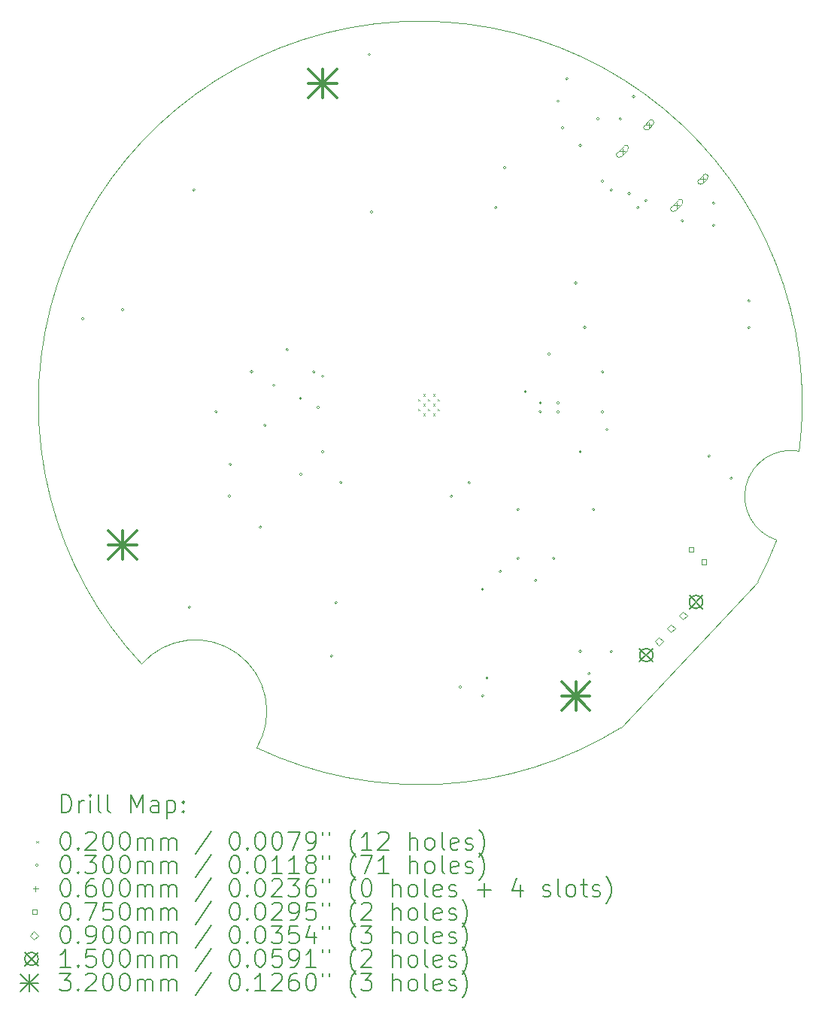
<source format=gbr>
%TF.GenerationSoftware,KiCad,Pcbnew,9.0.0*%
%TF.CreationDate,2025-03-23T20:14:32+01:00*%
%TF.ProjectId,PCB Board,50434220-426f-4617-9264-2e6b69636164,rev?*%
%TF.SameCoordinates,Original*%
%TF.FileFunction,Drillmap*%
%TF.FilePolarity,Positive*%
%FSLAX45Y45*%
G04 Gerber Fmt 4.5, Leading zero omitted, Abs format (unit mm)*
G04 Created by KiCad (PCBNEW 9.0.0) date 2025-03-23 20:14:32*
%MOMM*%
%LPD*%
G01*
G04 APERTURE LIST*
%ADD10C,0.050000*%
%ADD11C,0.200000*%
%ADD12C,0.100000*%
%ADD13C,0.150000*%
%ADD14C,0.320000*%
G04 APERTURE END LIST*
D10*
X3323000Y-9330940D02*
G75*
G02*
X4618781Y-10275861I603445J-533409D01*
G01*
X3322907Y-9330858D02*
G75*
G02*
X10725463Y-6933902I3137093J2940858D01*
G01*
X8720538Y-10047863D02*
G75*
G02*
X4618781Y-10275860I-2260538J3657863D01*
G01*
X10258600Y-8405109D02*
X8720537Y-10047863D01*
X10472927Y-7934812D02*
G75*
G02*
X10725463Y-6933902I156410J492850D01*
G01*
X10472927Y-7934812D02*
G75*
G02*
X10258599Y-8405109I-4012937J1544823D01*
G01*
D11*
D12*
X6436000Y-6345000D02*
X6456000Y-6365000D01*
X6456000Y-6345000D02*
X6436000Y-6365000D01*
X6436000Y-6455000D02*
X6456000Y-6475000D01*
X6456000Y-6455000D02*
X6436000Y-6475000D01*
X6491000Y-6290000D02*
X6511000Y-6310000D01*
X6511000Y-6290000D02*
X6491000Y-6310000D01*
X6491000Y-6400000D02*
X6511000Y-6420000D01*
X6511000Y-6400000D02*
X6491000Y-6420000D01*
X6491000Y-6510000D02*
X6511000Y-6530000D01*
X6511000Y-6510000D02*
X6491000Y-6530000D01*
X6546000Y-6345000D02*
X6566000Y-6365000D01*
X6566000Y-6345000D02*
X6546000Y-6365000D01*
X6546000Y-6455000D02*
X6566000Y-6475000D01*
X6566000Y-6455000D02*
X6546000Y-6475000D01*
X6601000Y-6290000D02*
X6621000Y-6310000D01*
X6621000Y-6290000D02*
X6601000Y-6310000D01*
X6601000Y-6400000D02*
X6621000Y-6420000D01*
X6621000Y-6400000D02*
X6601000Y-6420000D01*
X6601000Y-6510000D02*
X6621000Y-6530000D01*
X6621000Y-6510000D02*
X6601000Y-6530000D01*
X6656000Y-6345000D02*
X6676000Y-6365000D01*
X6676000Y-6345000D02*
X6656000Y-6365000D01*
X6656000Y-6455000D02*
X6676000Y-6475000D01*
X6676000Y-6455000D02*
X6656000Y-6475000D01*
X2675000Y-5440000D02*
G75*
G02*
X2645000Y-5440000I-15000J0D01*
G01*
X2645000Y-5440000D02*
G75*
G02*
X2675000Y-5440000I15000J0D01*
G01*
X3125000Y-5340000D02*
G75*
G02*
X3095000Y-5340000I-15000J0D01*
G01*
X3095000Y-5340000D02*
G75*
G02*
X3125000Y-5340000I15000J0D01*
G01*
X3875000Y-8690000D02*
G75*
G02*
X3845000Y-8690000I-15000J0D01*
G01*
X3845000Y-8690000D02*
G75*
G02*
X3875000Y-8690000I15000J0D01*
G01*
X3925000Y-3990000D02*
G75*
G02*
X3895000Y-3990000I-15000J0D01*
G01*
X3895000Y-3990000D02*
G75*
G02*
X3925000Y-3990000I15000J0D01*
G01*
X4175000Y-6490000D02*
G75*
G02*
X4145000Y-6490000I-15000J0D01*
G01*
X4145000Y-6490000D02*
G75*
G02*
X4175000Y-6490000I15000J0D01*
G01*
X4325000Y-7440000D02*
G75*
G02*
X4295000Y-7440000I-15000J0D01*
G01*
X4295000Y-7440000D02*
G75*
G02*
X4325000Y-7440000I15000J0D01*
G01*
X4336632Y-7082263D02*
G75*
G02*
X4306632Y-7082263I-15000J0D01*
G01*
X4306632Y-7082263D02*
G75*
G02*
X4336632Y-7082263I15000J0D01*
G01*
X4575000Y-6040000D02*
G75*
G02*
X4545000Y-6040000I-15000J0D01*
G01*
X4545000Y-6040000D02*
G75*
G02*
X4575000Y-6040000I15000J0D01*
G01*
X4675000Y-7790000D02*
G75*
G02*
X4645000Y-7790000I-15000J0D01*
G01*
X4645000Y-7790000D02*
G75*
G02*
X4675000Y-7790000I15000J0D01*
G01*
X4725000Y-6640000D02*
G75*
G02*
X4695000Y-6640000I-15000J0D01*
G01*
X4695000Y-6640000D02*
G75*
G02*
X4725000Y-6640000I15000J0D01*
G01*
X4825000Y-6190000D02*
G75*
G02*
X4795000Y-6190000I-15000J0D01*
G01*
X4795000Y-6190000D02*
G75*
G02*
X4825000Y-6190000I15000J0D01*
G01*
X4975000Y-5790000D02*
G75*
G02*
X4945000Y-5790000I-15000J0D01*
G01*
X4945000Y-5790000D02*
G75*
G02*
X4975000Y-5790000I15000J0D01*
G01*
X5125000Y-6340000D02*
G75*
G02*
X5095000Y-6340000I-15000J0D01*
G01*
X5095000Y-6340000D02*
G75*
G02*
X5125000Y-6340000I15000J0D01*
G01*
X5128000Y-7194000D02*
G75*
G02*
X5098000Y-7194000I-15000J0D01*
G01*
X5098000Y-7194000D02*
G75*
G02*
X5128000Y-7194000I15000J0D01*
G01*
X5275000Y-6040000D02*
G75*
G02*
X5245000Y-6040000I-15000J0D01*
G01*
X5245000Y-6040000D02*
G75*
G02*
X5275000Y-6040000I15000J0D01*
G01*
X5325000Y-6440000D02*
G75*
G02*
X5295000Y-6440000I-15000J0D01*
G01*
X5295000Y-6440000D02*
G75*
G02*
X5325000Y-6440000I15000J0D01*
G01*
X5375000Y-6090000D02*
G75*
G02*
X5345000Y-6090000I-15000J0D01*
G01*
X5345000Y-6090000D02*
G75*
G02*
X5375000Y-6090000I15000J0D01*
G01*
X5375000Y-6940000D02*
G75*
G02*
X5345000Y-6940000I-15000J0D01*
G01*
X5345000Y-6940000D02*
G75*
G02*
X5375000Y-6940000I15000J0D01*
G01*
X5475000Y-9240000D02*
G75*
G02*
X5445000Y-9240000I-15000J0D01*
G01*
X5445000Y-9240000D02*
G75*
G02*
X5475000Y-9240000I15000J0D01*
G01*
X5525000Y-8640000D02*
G75*
G02*
X5495000Y-8640000I-15000J0D01*
G01*
X5495000Y-8640000D02*
G75*
G02*
X5525000Y-8640000I15000J0D01*
G01*
X5579375Y-7285625D02*
G75*
G02*
X5549375Y-7285625I-15000J0D01*
G01*
X5549375Y-7285625D02*
G75*
G02*
X5579375Y-7285625I15000J0D01*
G01*
X5900000Y-2465000D02*
G75*
G02*
X5870000Y-2465000I-15000J0D01*
G01*
X5870000Y-2465000D02*
G75*
G02*
X5900000Y-2465000I15000J0D01*
G01*
X5925000Y-4240000D02*
G75*
G02*
X5895000Y-4240000I-15000J0D01*
G01*
X5895000Y-4240000D02*
G75*
G02*
X5925000Y-4240000I15000J0D01*
G01*
X6825000Y-7440000D02*
G75*
G02*
X6795000Y-7440000I-15000J0D01*
G01*
X6795000Y-7440000D02*
G75*
G02*
X6825000Y-7440000I15000J0D01*
G01*
X6925000Y-9590000D02*
G75*
G02*
X6895000Y-9590000I-15000J0D01*
G01*
X6895000Y-9590000D02*
G75*
G02*
X6925000Y-9590000I15000J0D01*
G01*
X7025000Y-7290000D02*
G75*
G02*
X6995000Y-7290000I-15000J0D01*
G01*
X6995000Y-7290000D02*
G75*
G02*
X7025000Y-7290000I15000J0D01*
G01*
X7175000Y-8490000D02*
G75*
G02*
X7145000Y-8490000I-15000J0D01*
G01*
X7145000Y-8490000D02*
G75*
G02*
X7175000Y-8490000I15000J0D01*
G01*
X7175000Y-9690000D02*
G75*
G02*
X7145000Y-9690000I-15000J0D01*
G01*
X7145000Y-9690000D02*
G75*
G02*
X7175000Y-9690000I15000J0D01*
G01*
X7225000Y-9490000D02*
G75*
G02*
X7195000Y-9490000I-15000J0D01*
G01*
X7195000Y-9490000D02*
G75*
G02*
X7225000Y-9490000I15000J0D01*
G01*
X7325000Y-4190000D02*
G75*
G02*
X7295000Y-4190000I-15000J0D01*
G01*
X7295000Y-4190000D02*
G75*
G02*
X7325000Y-4190000I15000J0D01*
G01*
X7375000Y-8290000D02*
G75*
G02*
X7345000Y-8290000I-15000J0D01*
G01*
X7345000Y-8290000D02*
G75*
G02*
X7375000Y-8290000I15000J0D01*
G01*
X7425000Y-3740000D02*
G75*
G02*
X7395000Y-3740000I-15000J0D01*
G01*
X7395000Y-3740000D02*
G75*
G02*
X7425000Y-3740000I15000J0D01*
G01*
X7575000Y-7590000D02*
G75*
G02*
X7545000Y-7590000I-15000J0D01*
G01*
X7545000Y-7590000D02*
G75*
G02*
X7575000Y-7590000I15000J0D01*
G01*
X7575000Y-8140000D02*
G75*
G02*
X7545000Y-8140000I-15000J0D01*
G01*
X7545000Y-8140000D02*
G75*
G02*
X7575000Y-8140000I15000J0D01*
G01*
X7658222Y-6262343D02*
G75*
G02*
X7628222Y-6262343I-15000J0D01*
G01*
X7628222Y-6262343D02*
G75*
G02*
X7658222Y-6262343I15000J0D01*
G01*
X7775000Y-8390000D02*
G75*
G02*
X7745000Y-8390000I-15000J0D01*
G01*
X7745000Y-8390000D02*
G75*
G02*
X7775000Y-8390000I15000J0D01*
G01*
X7825000Y-6390000D02*
G75*
G02*
X7795000Y-6390000I-15000J0D01*
G01*
X7795000Y-6390000D02*
G75*
G02*
X7825000Y-6390000I15000J0D01*
G01*
X7825000Y-6490000D02*
G75*
G02*
X7795000Y-6490000I-15000J0D01*
G01*
X7795000Y-6490000D02*
G75*
G02*
X7825000Y-6490000I15000J0D01*
G01*
X7925000Y-5840000D02*
G75*
G02*
X7895000Y-5840000I-15000J0D01*
G01*
X7895000Y-5840000D02*
G75*
G02*
X7925000Y-5840000I15000J0D01*
G01*
X7975000Y-8140000D02*
G75*
G02*
X7945000Y-8140000I-15000J0D01*
G01*
X7945000Y-8140000D02*
G75*
G02*
X7975000Y-8140000I15000J0D01*
G01*
X8025000Y-2990000D02*
G75*
G02*
X7995000Y-2990000I-15000J0D01*
G01*
X7995000Y-2990000D02*
G75*
G02*
X8025000Y-2990000I15000J0D01*
G01*
X8025000Y-6390000D02*
G75*
G02*
X7995000Y-6390000I-15000J0D01*
G01*
X7995000Y-6390000D02*
G75*
G02*
X8025000Y-6390000I15000J0D01*
G01*
X8025000Y-6490000D02*
G75*
G02*
X7995000Y-6490000I-15000J0D01*
G01*
X7995000Y-6490000D02*
G75*
G02*
X8025000Y-6490000I15000J0D01*
G01*
X8075000Y-3290000D02*
G75*
G02*
X8045000Y-3290000I-15000J0D01*
G01*
X8045000Y-3290000D02*
G75*
G02*
X8075000Y-3290000I15000J0D01*
G01*
X8125000Y-2740000D02*
G75*
G02*
X8095000Y-2740000I-15000J0D01*
G01*
X8095000Y-2740000D02*
G75*
G02*
X8125000Y-2740000I15000J0D01*
G01*
X8225000Y-5040000D02*
G75*
G02*
X8195000Y-5040000I-15000J0D01*
G01*
X8195000Y-5040000D02*
G75*
G02*
X8225000Y-5040000I15000J0D01*
G01*
X8275000Y-3490000D02*
G75*
G02*
X8245000Y-3490000I-15000J0D01*
G01*
X8245000Y-3490000D02*
G75*
G02*
X8275000Y-3490000I15000J0D01*
G01*
X8275000Y-6940000D02*
G75*
G02*
X8245000Y-6940000I-15000J0D01*
G01*
X8245000Y-6940000D02*
G75*
G02*
X8275000Y-6940000I15000J0D01*
G01*
X8275000Y-9190000D02*
G75*
G02*
X8245000Y-9190000I-15000J0D01*
G01*
X8245000Y-9190000D02*
G75*
G02*
X8275000Y-9190000I15000J0D01*
G01*
X8325000Y-5540000D02*
G75*
G02*
X8295000Y-5540000I-15000J0D01*
G01*
X8295000Y-5540000D02*
G75*
G02*
X8325000Y-5540000I15000J0D01*
G01*
X8375000Y-9440000D02*
G75*
G02*
X8345000Y-9440000I-15000J0D01*
G01*
X8345000Y-9440000D02*
G75*
G02*
X8375000Y-9440000I15000J0D01*
G01*
X8425000Y-7590000D02*
G75*
G02*
X8395000Y-7590000I-15000J0D01*
G01*
X8395000Y-7590000D02*
G75*
G02*
X8425000Y-7590000I15000J0D01*
G01*
X8475000Y-3190000D02*
G75*
G02*
X8445000Y-3190000I-15000J0D01*
G01*
X8445000Y-3190000D02*
G75*
G02*
X8475000Y-3190000I15000J0D01*
G01*
X8525000Y-3890000D02*
G75*
G02*
X8495000Y-3890000I-15000J0D01*
G01*
X8495000Y-3890000D02*
G75*
G02*
X8525000Y-3890000I15000J0D01*
G01*
X8525000Y-6040000D02*
G75*
G02*
X8495000Y-6040000I-15000J0D01*
G01*
X8495000Y-6040000D02*
G75*
G02*
X8525000Y-6040000I15000J0D01*
G01*
X8525000Y-6490000D02*
G75*
G02*
X8495000Y-6490000I-15000J0D01*
G01*
X8495000Y-6490000D02*
G75*
G02*
X8525000Y-6490000I15000J0D01*
G01*
X8575000Y-6690000D02*
G75*
G02*
X8545000Y-6690000I-15000J0D01*
G01*
X8545000Y-6690000D02*
G75*
G02*
X8575000Y-6690000I15000J0D01*
G01*
X8625000Y-3990000D02*
G75*
G02*
X8595000Y-3990000I-15000J0D01*
G01*
X8595000Y-3990000D02*
G75*
G02*
X8625000Y-3990000I15000J0D01*
G01*
X8625000Y-9190000D02*
G75*
G02*
X8595000Y-9190000I-15000J0D01*
G01*
X8595000Y-9190000D02*
G75*
G02*
X8625000Y-9190000I15000J0D01*
G01*
X8725000Y-3190000D02*
G75*
G02*
X8695000Y-3190000I-15000J0D01*
G01*
X8695000Y-3190000D02*
G75*
G02*
X8725000Y-3190000I15000J0D01*
G01*
X8825000Y-4030000D02*
G75*
G02*
X8795000Y-4030000I-15000J0D01*
G01*
X8795000Y-4030000D02*
G75*
G02*
X8825000Y-4030000I15000J0D01*
G01*
X8875000Y-2940000D02*
G75*
G02*
X8845000Y-2940000I-15000J0D01*
G01*
X8845000Y-2940000D02*
G75*
G02*
X8875000Y-2940000I15000J0D01*
G01*
X8925000Y-4190000D02*
G75*
G02*
X8895000Y-4190000I-15000J0D01*
G01*
X8895000Y-4190000D02*
G75*
G02*
X8925000Y-4190000I15000J0D01*
G01*
X9015228Y-4110000D02*
G75*
G02*
X8985228Y-4110000I-15000J0D01*
G01*
X8985228Y-4110000D02*
G75*
G02*
X9015228Y-4110000I15000J0D01*
G01*
X9425000Y-4340000D02*
G75*
G02*
X9395000Y-4340000I-15000J0D01*
G01*
X9395000Y-4340000D02*
G75*
G02*
X9425000Y-4340000I15000J0D01*
G01*
X9725000Y-6990000D02*
G75*
G02*
X9695000Y-6990000I-15000J0D01*
G01*
X9695000Y-6990000D02*
G75*
G02*
X9725000Y-6990000I15000J0D01*
G01*
X9775000Y-4140000D02*
G75*
G02*
X9745000Y-4140000I-15000J0D01*
G01*
X9745000Y-4140000D02*
G75*
G02*
X9775000Y-4140000I15000J0D01*
G01*
X9775000Y-4390000D02*
G75*
G02*
X9745000Y-4390000I-15000J0D01*
G01*
X9745000Y-4390000D02*
G75*
G02*
X9775000Y-4390000I15000J0D01*
G01*
X9975000Y-7240000D02*
G75*
G02*
X9945000Y-7240000I-15000J0D01*
G01*
X9945000Y-7240000D02*
G75*
G02*
X9975000Y-7240000I15000J0D01*
G01*
X10175000Y-5240000D02*
G75*
G02*
X10145000Y-5240000I-15000J0D01*
G01*
X10145000Y-5240000D02*
G75*
G02*
X10175000Y-5240000I15000J0D01*
G01*
X10175000Y-5540000D02*
G75*
G02*
X10145000Y-5540000I-15000J0D01*
G01*
X10145000Y-5540000D02*
G75*
G02*
X10175000Y-5540000I15000J0D01*
G01*
X8734973Y-3524086D02*
X8734973Y-3584086D01*
X8704973Y-3554086D02*
X8764973Y-3554086D01*
X8717296Y-3614191D02*
X8795077Y-3536409D01*
X8752651Y-3493982D02*
G75*
G02*
X8795077Y-3536409I21213J-21213D01*
G01*
X8752651Y-3493982D02*
X8674869Y-3571764D01*
X8674869Y-3571764D02*
G75*
G03*
X8717296Y-3614191I21213J-21213D01*
G01*
X9030544Y-3228516D02*
X9030544Y-3288516D01*
X9000544Y-3258516D02*
X9060544Y-3258516D01*
X9023473Y-3308013D02*
X9080041Y-3251445D01*
X9037615Y-3209018D02*
G75*
G02*
X9080041Y-3251445I21213J-21213D01*
G01*
X9037615Y-3209018D02*
X8981046Y-3265587D01*
X8981046Y-3265587D02*
G75*
G03*
X9023473Y-3308013I21213J-21213D01*
G01*
X9345914Y-4135027D02*
X9345914Y-4195027D01*
X9315914Y-4165027D02*
X9375914Y-4165027D01*
X9328236Y-4225131D02*
X9406018Y-4147349D01*
X9363591Y-4104923D02*
G75*
G02*
X9406018Y-4147349I21213J-21213D01*
G01*
X9363591Y-4104923D02*
X9285809Y-4182704D01*
X9285809Y-4182704D02*
G75*
G03*
X9328236Y-4225131I21213J-21213D01*
G01*
X9641484Y-3839456D02*
X9641484Y-3899456D01*
X9611484Y-3869456D02*
X9671484Y-3869456D01*
X9634413Y-3918954D02*
X9690982Y-3862385D01*
X9648555Y-3819959D02*
G75*
G02*
X9690982Y-3862385I21213J-21213D01*
G01*
X9648555Y-3819959D02*
X9591987Y-3876527D01*
X9591987Y-3876527D02*
G75*
G03*
X9634413Y-3918954I21213J-21213D01*
G01*
X9536517Y-8066517D02*
X9536517Y-8013483D01*
X9483483Y-8013483D01*
X9483483Y-8066517D01*
X9536517Y-8066517D01*
X9677938Y-8207938D02*
X9677938Y-8154905D01*
X9624905Y-8154905D01*
X9624905Y-8207938D01*
X9677938Y-8207938D01*
X9147006Y-9122006D02*
X9192006Y-9077006D01*
X9147006Y-9032006D01*
X9102006Y-9077006D01*
X9147006Y-9122006D01*
X9283405Y-8975735D02*
X9328405Y-8930735D01*
X9283405Y-8885735D01*
X9238405Y-8930735D01*
X9283405Y-8975735D01*
X9419805Y-8829464D02*
X9464805Y-8784464D01*
X9419805Y-8739464D01*
X9374805Y-8784464D01*
X9419805Y-8829464D01*
D13*
X8928786Y-9155590D02*
X9078786Y-9305590D01*
X9078786Y-9155590D02*
X8928786Y-9305590D01*
X9078786Y-9230590D02*
G75*
G02*
X8928786Y-9230590I-75000J0D01*
G01*
X8928786Y-9230590D02*
G75*
G02*
X9078786Y-9230590I75000J0D01*
G01*
X9488025Y-8555880D02*
X9638025Y-8705880D01*
X9638025Y-8555880D02*
X9488025Y-8705880D01*
X9638025Y-8630880D02*
G75*
G02*
X9488025Y-8630880I-75000J0D01*
G01*
X9488025Y-8630880D02*
G75*
G02*
X9638025Y-8630880I75000J0D01*
G01*
D14*
X2950000Y-7830000D02*
X3270000Y-8150000D01*
X3270000Y-7830000D02*
X2950000Y-8150000D01*
X3110000Y-7830000D02*
X3110000Y-8150000D01*
X2950000Y-7990000D02*
X3270000Y-7990000D01*
X5200000Y-2630000D02*
X5520000Y-2950000D01*
X5520000Y-2630000D02*
X5200000Y-2950000D01*
X5360000Y-2630000D02*
X5360000Y-2950000D01*
X5200000Y-2790000D02*
X5520000Y-2790000D01*
X8050000Y-9530000D02*
X8370000Y-9850000D01*
X8370000Y-9530000D02*
X8050000Y-9850000D01*
X8210000Y-9530000D02*
X8210000Y-9850000D01*
X8050000Y-9690000D02*
X8370000Y-9690000D01*
D11*
X2418277Y-11003983D02*
X2418277Y-10803983D01*
X2418277Y-10803983D02*
X2465896Y-10803983D01*
X2465896Y-10803983D02*
X2494467Y-10813507D01*
X2494467Y-10813507D02*
X2513515Y-10832555D01*
X2513515Y-10832555D02*
X2523039Y-10851602D01*
X2523039Y-10851602D02*
X2532563Y-10889697D01*
X2532563Y-10889697D02*
X2532563Y-10918269D01*
X2532563Y-10918269D02*
X2523039Y-10956364D01*
X2523039Y-10956364D02*
X2513515Y-10975412D01*
X2513515Y-10975412D02*
X2494467Y-10994459D01*
X2494467Y-10994459D02*
X2465896Y-11003983D01*
X2465896Y-11003983D02*
X2418277Y-11003983D01*
X2618277Y-11003983D02*
X2618277Y-10870650D01*
X2618277Y-10908745D02*
X2627801Y-10889697D01*
X2627801Y-10889697D02*
X2637325Y-10880174D01*
X2637325Y-10880174D02*
X2656372Y-10870650D01*
X2656372Y-10870650D02*
X2675420Y-10870650D01*
X2742086Y-11003983D02*
X2742086Y-10870650D01*
X2742086Y-10803983D02*
X2732563Y-10813507D01*
X2732563Y-10813507D02*
X2742086Y-10823031D01*
X2742086Y-10823031D02*
X2751610Y-10813507D01*
X2751610Y-10813507D02*
X2742086Y-10803983D01*
X2742086Y-10803983D02*
X2742086Y-10823031D01*
X2865896Y-11003983D02*
X2846848Y-10994459D01*
X2846848Y-10994459D02*
X2837324Y-10975412D01*
X2837324Y-10975412D02*
X2837324Y-10803983D01*
X2970658Y-11003983D02*
X2951610Y-10994459D01*
X2951610Y-10994459D02*
X2942086Y-10975412D01*
X2942086Y-10975412D02*
X2942086Y-10803983D01*
X3199229Y-11003983D02*
X3199229Y-10803983D01*
X3199229Y-10803983D02*
X3265896Y-10946840D01*
X3265896Y-10946840D02*
X3332563Y-10803983D01*
X3332563Y-10803983D02*
X3332563Y-11003983D01*
X3513515Y-11003983D02*
X3513515Y-10899221D01*
X3513515Y-10899221D02*
X3503991Y-10880174D01*
X3503991Y-10880174D02*
X3484944Y-10870650D01*
X3484944Y-10870650D02*
X3446848Y-10870650D01*
X3446848Y-10870650D02*
X3427801Y-10880174D01*
X3513515Y-10994459D02*
X3494467Y-11003983D01*
X3494467Y-11003983D02*
X3446848Y-11003983D01*
X3446848Y-11003983D02*
X3427801Y-10994459D01*
X3427801Y-10994459D02*
X3418277Y-10975412D01*
X3418277Y-10975412D02*
X3418277Y-10956364D01*
X3418277Y-10956364D02*
X3427801Y-10937316D01*
X3427801Y-10937316D02*
X3446848Y-10927793D01*
X3446848Y-10927793D02*
X3494467Y-10927793D01*
X3494467Y-10927793D02*
X3513515Y-10918269D01*
X3608753Y-10870650D02*
X3608753Y-11070650D01*
X3608753Y-10880174D02*
X3627801Y-10870650D01*
X3627801Y-10870650D02*
X3665896Y-10870650D01*
X3665896Y-10870650D02*
X3684944Y-10880174D01*
X3684944Y-10880174D02*
X3694467Y-10889697D01*
X3694467Y-10889697D02*
X3703991Y-10908745D01*
X3703991Y-10908745D02*
X3703991Y-10965888D01*
X3703991Y-10965888D02*
X3694467Y-10984935D01*
X3694467Y-10984935D02*
X3684944Y-10994459D01*
X3684944Y-10994459D02*
X3665896Y-11003983D01*
X3665896Y-11003983D02*
X3627801Y-11003983D01*
X3627801Y-11003983D02*
X3608753Y-10994459D01*
X3789705Y-10984935D02*
X3799229Y-10994459D01*
X3799229Y-10994459D02*
X3789705Y-11003983D01*
X3789705Y-11003983D02*
X3780182Y-10994459D01*
X3780182Y-10994459D02*
X3789705Y-10984935D01*
X3789705Y-10984935D02*
X3789705Y-11003983D01*
X3789705Y-10880174D02*
X3799229Y-10889697D01*
X3799229Y-10889697D02*
X3789705Y-10899221D01*
X3789705Y-10899221D02*
X3780182Y-10889697D01*
X3780182Y-10889697D02*
X3789705Y-10880174D01*
X3789705Y-10880174D02*
X3789705Y-10899221D01*
D12*
X2137500Y-11322499D02*
X2157500Y-11342499D01*
X2157500Y-11322499D02*
X2137500Y-11342499D01*
D11*
X2456372Y-11223983D02*
X2475420Y-11223983D01*
X2475420Y-11223983D02*
X2494467Y-11233507D01*
X2494467Y-11233507D02*
X2503991Y-11243031D01*
X2503991Y-11243031D02*
X2513515Y-11262078D01*
X2513515Y-11262078D02*
X2523039Y-11300173D01*
X2523039Y-11300173D02*
X2523039Y-11347793D01*
X2523039Y-11347793D02*
X2513515Y-11385888D01*
X2513515Y-11385888D02*
X2503991Y-11404935D01*
X2503991Y-11404935D02*
X2494467Y-11414459D01*
X2494467Y-11414459D02*
X2475420Y-11423983D01*
X2475420Y-11423983D02*
X2456372Y-11423983D01*
X2456372Y-11423983D02*
X2437325Y-11414459D01*
X2437325Y-11414459D02*
X2427801Y-11404935D01*
X2427801Y-11404935D02*
X2418277Y-11385888D01*
X2418277Y-11385888D02*
X2408753Y-11347793D01*
X2408753Y-11347793D02*
X2408753Y-11300173D01*
X2408753Y-11300173D02*
X2418277Y-11262078D01*
X2418277Y-11262078D02*
X2427801Y-11243031D01*
X2427801Y-11243031D02*
X2437325Y-11233507D01*
X2437325Y-11233507D02*
X2456372Y-11223983D01*
X2608753Y-11404935D02*
X2618277Y-11414459D01*
X2618277Y-11414459D02*
X2608753Y-11423983D01*
X2608753Y-11423983D02*
X2599229Y-11414459D01*
X2599229Y-11414459D02*
X2608753Y-11404935D01*
X2608753Y-11404935D02*
X2608753Y-11423983D01*
X2694467Y-11243031D02*
X2703991Y-11233507D01*
X2703991Y-11233507D02*
X2723039Y-11223983D01*
X2723039Y-11223983D02*
X2770658Y-11223983D01*
X2770658Y-11223983D02*
X2789706Y-11233507D01*
X2789706Y-11233507D02*
X2799229Y-11243031D01*
X2799229Y-11243031D02*
X2808753Y-11262078D01*
X2808753Y-11262078D02*
X2808753Y-11281126D01*
X2808753Y-11281126D02*
X2799229Y-11309697D01*
X2799229Y-11309697D02*
X2684944Y-11423983D01*
X2684944Y-11423983D02*
X2808753Y-11423983D01*
X2932563Y-11223983D02*
X2951610Y-11223983D01*
X2951610Y-11223983D02*
X2970658Y-11233507D01*
X2970658Y-11233507D02*
X2980182Y-11243031D01*
X2980182Y-11243031D02*
X2989705Y-11262078D01*
X2989705Y-11262078D02*
X2999229Y-11300173D01*
X2999229Y-11300173D02*
X2999229Y-11347793D01*
X2999229Y-11347793D02*
X2989705Y-11385888D01*
X2989705Y-11385888D02*
X2980182Y-11404935D01*
X2980182Y-11404935D02*
X2970658Y-11414459D01*
X2970658Y-11414459D02*
X2951610Y-11423983D01*
X2951610Y-11423983D02*
X2932563Y-11423983D01*
X2932563Y-11423983D02*
X2913515Y-11414459D01*
X2913515Y-11414459D02*
X2903991Y-11404935D01*
X2903991Y-11404935D02*
X2894467Y-11385888D01*
X2894467Y-11385888D02*
X2884944Y-11347793D01*
X2884944Y-11347793D02*
X2884944Y-11300173D01*
X2884944Y-11300173D02*
X2894467Y-11262078D01*
X2894467Y-11262078D02*
X2903991Y-11243031D01*
X2903991Y-11243031D02*
X2913515Y-11233507D01*
X2913515Y-11233507D02*
X2932563Y-11223983D01*
X3123039Y-11223983D02*
X3142086Y-11223983D01*
X3142086Y-11223983D02*
X3161134Y-11233507D01*
X3161134Y-11233507D02*
X3170658Y-11243031D01*
X3170658Y-11243031D02*
X3180182Y-11262078D01*
X3180182Y-11262078D02*
X3189705Y-11300173D01*
X3189705Y-11300173D02*
X3189705Y-11347793D01*
X3189705Y-11347793D02*
X3180182Y-11385888D01*
X3180182Y-11385888D02*
X3170658Y-11404935D01*
X3170658Y-11404935D02*
X3161134Y-11414459D01*
X3161134Y-11414459D02*
X3142086Y-11423983D01*
X3142086Y-11423983D02*
X3123039Y-11423983D01*
X3123039Y-11423983D02*
X3103991Y-11414459D01*
X3103991Y-11414459D02*
X3094467Y-11404935D01*
X3094467Y-11404935D02*
X3084944Y-11385888D01*
X3084944Y-11385888D02*
X3075420Y-11347793D01*
X3075420Y-11347793D02*
X3075420Y-11300173D01*
X3075420Y-11300173D02*
X3084944Y-11262078D01*
X3084944Y-11262078D02*
X3094467Y-11243031D01*
X3094467Y-11243031D02*
X3103991Y-11233507D01*
X3103991Y-11233507D02*
X3123039Y-11223983D01*
X3275420Y-11423983D02*
X3275420Y-11290650D01*
X3275420Y-11309697D02*
X3284944Y-11300173D01*
X3284944Y-11300173D02*
X3303991Y-11290650D01*
X3303991Y-11290650D02*
X3332563Y-11290650D01*
X3332563Y-11290650D02*
X3351610Y-11300173D01*
X3351610Y-11300173D02*
X3361134Y-11319221D01*
X3361134Y-11319221D02*
X3361134Y-11423983D01*
X3361134Y-11319221D02*
X3370658Y-11300173D01*
X3370658Y-11300173D02*
X3389705Y-11290650D01*
X3389705Y-11290650D02*
X3418277Y-11290650D01*
X3418277Y-11290650D02*
X3437325Y-11300173D01*
X3437325Y-11300173D02*
X3446848Y-11319221D01*
X3446848Y-11319221D02*
X3446848Y-11423983D01*
X3542086Y-11423983D02*
X3542086Y-11290650D01*
X3542086Y-11309697D02*
X3551610Y-11300173D01*
X3551610Y-11300173D02*
X3570658Y-11290650D01*
X3570658Y-11290650D02*
X3599229Y-11290650D01*
X3599229Y-11290650D02*
X3618277Y-11300173D01*
X3618277Y-11300173D02*
X3627801Y-11319221D01*
X3627801Y-11319221D02*
X3627801Y-11423983D01*
X3627801Y-11319221D02*
X3637325Y-11300173D01*
X3637325Y-11300173D02*
X3656372Y-11290650D01*
X3656372Y-11290650D02*
X3684944Y-11290650D01*
X3684944Y-11290650D02*
X3703991Y-11300173D01*
X3703991Y-11300173D02*
X3713515Y-11319221D01*
X3713515Y-11319221D02*
X3713515Y-11423983D01*
X4103991Y-11214459D02*
X3932563Y-11471602D01*
X4361134Y-11223983D02*
X4380182Y-11223983D01*
X4380182Y-11223983D02*
X4399230Y-11233507D01*
X4399230Y-11233507D02*
X4408753Y-11243031D01*
X4408753Y-11243031D02*
X4418277Y-11262078D01*
X4418277Y-11262078D02*
X4427801Y-11300173D01*
X4427801Y-11300173D02*
X4427801Y-11347793D01*
X4427801Y-11347793D02*
X4418277Y-11385888D01*
X4418277Y-11385888D02*
X4408753Y-11404935D01*
X4408753Y-11404935D02*
X4399230Y-11414459D01*
X4399230Y-11414459D02*
X4380182Y-11423983D01*
X4380182Y-11423983D02*
X4361134Y-11423983D01*
X4361134Y-11423983D02*
X4342087Y-11414459D01*
X4342087Y-11414459D02*
X4332563Y-11404935D01*
X4332563Y-11404935D02*
X4323039Y-11385888D01*
X4323039Y-11385888D02*
X4313515Y-11347793D01*
X4313515Y-11347793D02*
X4313515Y-11300173D01*
X4313515Y-11300173D02*
X4323039Y-11262078D01*
X4323039Y-11262078D02*
X4332563Y-11243031D01*
X4332563Y-11243031D02*
X4342087Y-11233507D01*
X4342087Y-11233507D02*
X4361134Y-11223983D01*
X4513515Y-11404935D02*
X4523039Y-11414459D01*
X4523039Y-11414459D02*
X4513515Y-11423983D01*
X4513515Y-11423983D02*
X4503991Y-11414459D01*
X4503991Y-11414459D02*
X4513515Y-11404935D01*
X4513515Y-11404935D02*
X4513515Y-11423983D01*
X4646849Y-11223983D02*
X4665896Y-11223983D01*
X4665896Y-11223983D02*
X4684944Y-11233507D01*
X4684944Y-11233507D02*
X4694468Y-11243031D01*
X4694468Y-11243031D02*
X4703991Y-11262078D01*
X4703991Y-11262078D02*
X4713515Y-11300173D01*
X4713515Y-11300173D02*
X4713515Y-11347793D01*
X4713515Y-11347793D02*
X4703991Y-11385888D01*
X4703991Y-11385888D02*
X4694468Y-11404935D01*
X4694468Y-11404935D02*
X4684944Y-11414459D01*
X4684944Y-11414459D02*
X4665896Y-11423983D01*
X4665896Y-11423983D02*
X4646849Y-11423983D01*
X4646849Y-11423983D02*
X4627801Y-11414459D01*
X4627801Y-11414459D02*
X4618277Y-11404935D01*
X4618277Y-11404935D02*
X4608753Y-11385888D01*
X4608753Y-11385888D02*
X4599230Y-11347793D01*
X4599230Y-11347793D02*
X4599230Y-11300173D01*
X4599230Y-11300173D02*
X4608753Y-11262078D01*
X4608753Y-11262078D02*
X4618277Y-11243031D01*
X4618277Y-11243031D02*
X4627801Y-11233507D01*
X4627801Y-11233507D02*
X4646849Y-11223983D01*
X4837325Y-11223983D02*
X4856372Y-11223983D01*
X4856372Y-11223983D02*
X4875420Y-11233507D01*
X4875420Y-11233507D02*
X4884944Y-11243031D01*
X4884944Y-11243031D02*
X4894468Y-11262078D01*
X4894468Y-11262078D02*
X4903991Y-11300173D01*
X4903991Y-11300173D02*
X4903991Y-11347793D01*
X4903991Y-11347793D02*
X4894468Y-11385888D01*
X4894468Y-11385888D02*
X4884944Y-11404935D01*
X4884944Y-11404935D02*
X4875420Y-11414459D01*
X4875420Y-11414459D02*
X4856372Y-11423983D01*
X4856372Y-11423983D02*
X4837325Y-11423983D01*
X4837325Y-11423983D02*
X4818277Y-11414459D01*
X4818277Y-11414459D02*
X4808753Y-11404935D01*
X4808753Y-11404935D02*
X4799230Y-11385888D01*
X4799230Y-11385888D02*
X4789706Y-11347793D01*
X4789706Y-11347793D02*
X4789706Y-11300173D01*
X4789706Y-11300173D02*
X4799230Y-11262078D01*
X4799230Y-11262078D02*
X4808753Y-11243031D01*
X4808753Y-11243031D02*
X4818277Y-11233507D01*
X4818277Y-11233507D02*
X4837325Y-11223983D01*
X4970658Y-11223983D02*
X5103991Y-11223983D01*
X5103991Y-11223983D02*
X5018277Y-11423983D01*
X5189706Y-11423983D02*
X5227801Y-11423983D01*
X5227801Y-11423983D02*
X5246849Y-11414459D01*
X5246849Y-11414459D02*
X5256372Y-11404935D01*
X5256372Y-11404935D02*
X5275420Y-11376364D01*
X5275420Y-11376364D02*
X5284944Y-11338269D01*
X5284944Y-11338269D02*
X5284944Y-11262078D01*
X5284944Y-11262078D02*
X5275420Y-11243031D01*
X5275420Y-11243031D02*
X5265896Y-11233507D01*
X5265896Y-11233507D02*
X5246849Y-11223983D01*
X5246849Y-11223983D02*
X5208753Y-11223983D01*
X5208753Y-11223983D02*
X5189706Y-11233507D01*
X5189706Y-11233507D02*
X5180182Y-11243031D01*
X5180182Y-11243031D02*
X5170658Y-11262078D01*
X5170658Y-11262078D02*
X5170658Y-11309697D01*
X5170658Y-11309697D02*
X5180182Y-11328745D01*
X5180182Y-11328745D02*
X5189706Y-11338269D01*
X5189706Y-11338269D02*
X5208753Y-11347793D01*
X5208753Y-11347793D02*
X5246849Y-11347793D01*
X5246849Y-11347793D02*
X5265896Y-11338269D01*
X5265896Y-11338269D02*
X5275420Y-11328745D01*
X5275420Y-11328745D02*
X5284944Y-11309697D01*
X5361134Y-11223983D02*
X5361134Y-11262078D01*
X5437325Y-11223983D02*
X5437325Y-11262078D01*
X5732563Y-11500173D02*
X5723039Y-11490650D01*
X5723039Y-11490650D02*
X5703991Y-11462078D01*
X5703991Y-11462078D02*
X5694468Y-11443031D01*
X5694468Y-11443031D02*
X5684944Y-11414459D01*
X5684944Y-11414459D02*
X5675420Y-11366840D01*
X5675420Y-11366840D02*
X5675420Y-11328745D01*
X5675420Y-11328745D02*
X5684944Y-11281126D01*
X5684944Y-11281126D02*
X5694468Y-11252554D01*
X5694468Y-11252554D02*
X5703991Y-11233507D01*
X5703991Y-11233507D02*
X5723039Y-11204935D01*
X5723039Y-11204935D02*
X5732563Y-11195412D01*
X5913515Y-11423983D02*
X5799230Y-11423983D01*
X5856372Y-11423983D02*
X5856372Y-11223983D01*
X5856372Y-11223983D02*
X5837325Y-11252554D01*
X5837325Y-11252554D02*
X5818277Y-11271602D01*
X5818277Y-11271602D02*
X5799230Y-11281126D01*
X5989706Y-11243031D02*
X5999230Y-11233507D01*
X5999230Y-11233507D02*
X6018277Y-11223983D01*
X6018277Y-11223983D02*
X6065896Y-11223983D01*
X6065896Y-11223983D02*
X6084944Y-11233507D01*
X6084944Y-11233507D02*
X6094468Y-11243031D01*
X6094468Y-11243031D02*
X6103991Y-11262078D01*
X6103991Y-11262078D02*
X6103991Y-11281126D01*
X6103991Y-11281126D02*
X6094468Y-11309697D01*
X6094468Y-11309697D02*
X5980182Y-11423983D01*
X5980182Y-11423983D02*
X6103991Y-11423983D01*
X6342087Y-11423983D02*
X6342087Y-11223983D01*
X6427801Y-11423983D02*
X6427801Y-11319221D01*
X6427801Y-11319221D02*
X6418277Y-11300173D01*
X6418277Y-11300173D02*
X6399230Y-11290650D01*
X6399230Y-11290650D02*
X6370658Y-11290650D01*
X6370658Y-11290650D02*
X6351611Y-11300173D01*
X6351611Y-11300173D02*
X6342087Y-11309697D01*
X6551611Y-11423983D02*
X6532563Y-11414459D01*
X6532563Y-11414459D02*
X6523039Y-11404935D01*
X6523039Y-11404935D02*
X6513515Y-11385888D01*
X6513515Y-11385888D02*
X6513515Y-11328745D01*
X6513515Y-11328745D02*
X6523039Y-11309697D01*
X6523039Y-11309697D02*
X6532563Y-11300173D01*
X6532563Y-11300173D02*
X6551611Y-11290650D01*
X6551611Y-11290650D02*
X6580182Y-11290650D01*
X6580182Y-11290650D02*
X6599230Y-11300173D01*
X6599230Y-11300173D02*
X6608753Y-11309697D01*
X6608753Y-11309697D02*
X6618277Y-11328745D01*
X6618277Y-11328745D02*
X6618277Y-11385888D01*
X6618277Y-11385888D02*
X6608753Y-11404935D01*
X6608753Y-11404935D02*
X6599230Y-11414459D01*
X6599230Y-11414459D02*
X6580182Y-11423983D01*
X6580182Y-11423983D02*
X6551611Y-11423983D01*
X6732563Y-11423983D02*
X6713515Y-11414459D01*
X6713515Y-11414459D02*
X6703992Y-11395412D01*
X6703992Y-11395412D02*
X6703992Y-11223983D01*
X6884944Y-11414459D02*
X6865896Y-11423983D01*
X6865896Y-11423983D02*
X6827801Y-11423983D01*
X6827801Y-11423983D02*
X6808753Y-11414459D01*
X6808753Y-11414459D02*
X6799230Y-11395412D01*
X6799230Y-11395412D02*
X6799230Y-11319221D01*
X6799230Y-11319221D02*
X6808753Y-11300173D01*
X6808753Y-11300173D02*
X6827801Y-11290650D01*
X6827801Y-11290650D02*
X6865896Y-11290650D01*
X6865896Y-11290650D02*
X6884944Y-11300173D01*
X6884944Y-11300173D02*
X6894468Y-11319221D01*
X6894468Y-11319221D02*
X6894468Y-11338269D01*
X6894468Y-11338269D02*
X6799230Y-11357316D01*
X6970658Y-11414459D02*
X6989706Y-11423983D01*
X6989706Y-11423983D02*
X7027801Y-11423983D01*
X7027801Y-11423983D02*
X7046849Y-11414459D01*
X7046849Y-11414459D02*
X7056373Y-11395412D01*
X7056373Y-11395412D02*
X7056373Y-11385888D01*
X7056373Y-11385888D02*
X7046849Y-11366840D01*
X7046849Y-11366840D02*
X7027801Y-11357316D01*
X7027801Y-11357316D02*
X6999230Y-11357316D01*
X6999230Y-11357316D02*
X6980182Y-11347793D01*
X6980182Y-11347793D02*
X6970658Y-11328745D01*
X6970658Y-11328745D02*
X6970658Y-11319221D01*
X6970658Y-11319221D02*
X6980182Y-11300173D01*
X6980182Y-11300173D02*
X6999230Y-11290650D01*
X6999230Y-11290650D02*
X7027801Y-11290650D01*
X7027801Y-11290650D02*
X7046849Y-11300173D01*
X7123039Y-11500173D02*
X7132563Y-11490650D01*
X7132563Y-11490650D02*
X7151611Y-11462078D01*
X7151611Y-11462078D02*
X7161134Y-11443031D01*
X7161134Y-11443031D02*
X7170658Y-11414459D01*
X7170658Y-11414459D02*
X7180182Y-11366840D01*
X7180182Y-11366840D02*
X7180182Y-11328745D01*
X7180182Y-11328745D02*
X7170658Y-11281126D01*
X7170658Y-11281126D02*
X7161134Y-11252554D01*
X7161134Y-11252554D02*
X7151611Y-11233507D01*
X7151611Y-11233507D02*
X7132563Y-11204935D01*
X7132563Y-11204935D02*
X7123039Y-11195412D01*
D12*
X2157500Y-11596499D02*
G75*
G02*
X2127500Y-11596499I-15000J0D01*
G01*
X2127500Y-11596499D02*
G75*
G02*
X2157500Y-11596499I15000J0D01*
G01*
D11*
X2456372Y-11487983D02*
X2475420Y-11487983D01*
X2475420Y-11487983D02*
X2494467Y-11497507D01*
X2494467Y-11497507D02*
X2503991Y-11507031D01*
X2503991Y-11507031D02*
X2513515Y-11526078D01*
X2513515Y-11526078D02*
X2523039Y-11564173D01*
X2523039Y-11564173D02*
X2523039Y-11611793D01*
X2523039Y-11611793D02*
X2513515Y-11649888D01*
X2513515Y-11649888D02*
X2503991Y-11668935D01*
X2503991Y-11668935D02*
X2494467Y-11678459D01*
X2494467Y-11678459D02*
X2475420Y-11687983D01*
X2475420Y-11687983D02*
X2456372Y-11687983D01*
X2456372Y-11687983D02*
X2437325Y-11678459D01*
X2437325Y-11678459D02*
X2427801Y-11668935D01*
X2427801Y-11668935D02*
X2418277Y-11649888D01*
X2418277Y-11649888D02*
X2408753Y-11611793D01*
X2408753Y-11611793D02*
X2408753Y-11564173D01*
X2408753Y-11564173D02*
X2418277Y-11526078D01*
X2418277Y-11526078D02*
X2427801Y-11507031D01*
X2427801Y-11507031D02*
X2437325Y-11497507D01*
X2437325Y-11497507D02*
X2456372Y-11487983D01*
X2608753Y-11668935D02*
X2618277Y-11678459D01*
X2618277Y-11678459D02*
X2608753Y-11687983D01*
X2608753Y-11687983D02*
X2599229Y-11678459D01*
X2599229Y-11678459D02*
X2608753Y-11668935D01*
X2608753Y-11668935D02*
X2608753Y-11687983D01*
X2684944Y-11487983D02*
X2808753Y-11487983D01*
X2808753Y-11487983D02*
X2742086Y-11564173D01*
X2742086Y-11564173D02*
X2770658Y-11564173D01*
X2770658Y-11564173D02*
X2789706Y-11573697D01*
X2789706Y-11573697D02*
X2799229Y-11583221D01*
X2799229Y-11583221D02*
X2808753Y-11602269D01*
X2808753Y-11602269D02*
X2808753Y-11649888D01*
X2808753Y-11649888D02*
X2799229Y-11668935D01*
X2799229Y-11668935D02*
X2789706Y-11678459D01*
X2789706Y-11678459D02*
X2770658Y-11687983D01*
X2770658Y-11687983D02*
X2713515Y-11687983D01*
X2713515Y-11687983D02*
X2694467Y-11678459D01*
X2694467Y-11678459D02*
X2684944Y-11668935D01*
X2932563Y-11487983D02*
X2951610Y-11487983D01*
X2951610Y-11487983D02*
X2970658Y-11497507D01*
X2970658Y-11497507D02*
X2980182Y-11507031D01*
X2980182Y-11507031D02*
X2989705Y-11526078D01*
X2989705Y-11526078D02*
X2999229Y-11564173D01*
X2999229Y-11564173D02*
X2999229Y-11611793D01*
X2999229Y-11611793D02*
X2989705Y-11649888D01*
X2989705Y-11649888D02*
X2980182Y-11668935D01*
X2980182Y-11668935D02*
X2970658Y-11678459D01*
X2970658Y-11678459D02*
X2951610Y-11687983D01*
X2951610Y-11687983D02*
X2932563Y-11687983D01*
X2932563Y-11687983D02*
X2913515Y-11678459D01*
X2913515Y-11678459D02*
X2903991Y-11668935D01*
X2903991Y-11668935D02*
X2894467Y-11649888D01*
X2894467Y-11649888D02*
X2884944Y-11611793D01*
X2884944Y-11611793D02*
X2884944Y-11564173D01*
X2884944Y-11564173D02*
X2894467Y-11526078D01*
X2894467Y-11526078D02*
X2903991Y-11507031D01*
X2903991Y-11507031D02*
X2913515Y-11497507D01*
X2913515Y-11497507D02*
X2932563Y-11487983D01*
X3123039Y-11487983D02*
X3142086Y-11487983D01*
X3142086Y-11487983D02*
X3161134Y-11497507D01*
X3161134Y-11497507D02*
X3170658Y-11507031D01*
X3170658Y-11507031D02*
X3180182Y-11526078D01*
X3180182Y-11526078D02*
X3189705Y-11564173D01*
X3189705Y-11564173D02*
X3189705Y-11611793D01*
X3189705Y-11611793D02*
X3180182Y-11649888D01*
X3180182Y-11649888D02*
X3170658Y-11668935D01*
X3170658Y-11668935D02*
X3161134Y-11678459D01*
X3161134Y-11678459D02*
X3142086Y-11687983D01*
X3142086Y-11687983D02*
X3123039Y-11687983D01*
X3123039Y-11687983D02*
X3103991Y-11678459D01*
X3103991Y-11678459D02*
X3094467Y-11668935D01*
X3094467Y-11668935D02*
X3084944Y-11649888D01*
X3084944Y-11649888D02*
X3075420Y-11611793D01*
X3075420Y-11611793D02*
X3075420Y-11564173D01*
X3075420Y-11564173D02*
X3084944Y-11526078D01*
X3084944Y-11526078D02*
X3094467Y-11507031D01*
X3094467Y-11507031D02*
X3103991Y-11497507D01*
X3103991Y-11497507D02*
X3123039Y-11487983D01*
X3275420Y-11687983D02*
X3275420Y-11554650D01*
X3275420Y-11573697D02*
X3284944Y-11564173D01*
X3284944Y-11564173D02*
X3303991Y-11554650D01*
X3303991Y-11554650D02*
X3332563Y-11554650D01*
X3332563Y-11554650D02*
X3351610Y-11564173D01*
X3351610Y-11564173D02*
X3361134Y-11583221D01*
X3361134Y-11583221D02*
X3361134Y-11687983D01*
X3361134Y-11583221D02*
X3370658Y-11564173D01*
X3370658Y-11564173D02*
X3389705Y-11554650D01*
X3389705Y-11554650D02*
X3418277Y-11554650D01*
X3418277Y-11554650D02*
X3437325Y-11564173D01*
X3437325Y-11564173D02*
X3446848Y-11583221D01*
X3446848Y-11583221D02*
X3446848Y-11687983D01*
X3542086Y-11687983D02*
X3542086Y-11554650D01*
X3542086Y-11573697D02*
X3551610Y-11564173D01*
X3551610Y-11564173D02*
X3570658Y-11554650D01*
X3570658Y-11554650D02*
X3599229Y-11554650D01*
X3599229Y-11554650D02*
X3618277Y-11564173D01*
X3618277Y-11564173D02*
X3627801Y-11583221D01*
X3627801Y-11583221D02*
X3627801Y-11687983D01*
X3627801Y-11583221D02*
X3637325Y-11564173D01*
X3637325Y-11564173D02*
X3656372Y-11554650D01*
X3656372Y-11554650D02*
X3684944Y-11554650D01*
X3684944Y-11554650D02*
X3703991Y-11564173D01*
X3703991Y-11564173D02*
X3713515Y-11583221D01*
X3713515Y-11583221D02*
X3713515Y-11687983D01*
X4103991Y-11478459D02*
X3932563Y-11735602D01*
X4361134Y-11487983D02*
X4380182Y-11487983D01*
X4380182Y-11487983D02*
X4399230Y-11497507D01*
X4399230Y-11497507D02*
X4408753Y-11507031D01*
X4408753Y-11507031D02*
X4418277Y-11526078D01*
X4418277Y-11526078D02*
X4427801Y-11564173D01*
X4427801Y-11564173D02*
X4427801Y-11611793D01*
X4427801Y-11611793D02*
X4418277Y-11649888D01*
X4418277Y-11649888D02*
X4408753Y-11668935D01*
X4408753Y-11668935D02*
X4399230Y-11678459D01*
X4399230Y-11678459D02*
X4380182Y-11687983D01*
X4380182Y-11687983D02*
X4361134Y-11687983D01*
X4361134Y-11687983D02*
X4342087Y-11678459D01*
X4342087Y-11678459D02*
X4332563Y-11668935D01*
X4332563Y-11668935D02*
X4323039Y-11649888D01*
X4323039Y-11649888D02*
X4313515Y-11611793D01*
X4313515Y-11611793D02*
X4313515Y-11564173D01*
X4313515Y-11564173D02*
X4323039Y-11526078D01*
X4323039Y-11526078D02*
X4332563Y-11507031D01*
X4332563Y-11507031D02*
X4342087Y-11497507D01*
X4342087Y-11497507D02*
X4361134Y-11487983D01*
X4513515Y-11668935D02*
X4523039Y-11678459D01*
X4523039Y-11678459D02*
X4513515Y-11687983D01*
X4513515Y-11687983D02*
X4503991Y-11678459D01*
X4503991Y-11678459D02*
X4513515Y-11668935D01*
X4513515Y-11668935D02*
X4513515Y-11687983D01*
X4646849Y-11487983D02*
X4665896Y-11487983D01*
X4665896Y-11487983D02*
X4684944Y-11497507D01*
X4684944Y-11497507D02*
X4694468Y-11507031D01*
X4694468Y-11507031D02*
X4703991Y-11526078D01*
X4703991Y-11526078D02*
X4713515Y-11564173D01*
X4713515Y-11564173D02*
X4713515Y-11611793D01*
X4713515Y-11611793D02*
X4703991Y-11649888D01*
X4703991Y-11649888D02*
X4694468Y-11668935D01*
X4694468Y-11668935D02*
X4684944Y-11678459D01*
X4684944Y-11678459D02*
X4665896Y-11687983D01*
X4665896Y-11687983D02*
X4646849Y-11687983D01*
X4646849Y-11687983D02*
X4627801Y-11678459D01*
X4627801Y-11678459D02*
X4618277Y-11668935D01*
X4618277Y-11668935D02*
X4608753Y-11649888D01*
X4608753Y-11649888D02*
X4599230Y-11611793D01*
X4599230Y-11611793D02*
X4599230Y-11564173D01*
X4599230Y-11564173D02*
X4608753Y-11526078D01*
X4608753Y-11526078D02*
X4618277Y-11507031D01*
X4618277Y-11507031D02*
X4627801Y-11497507D01*
X4627801Y-11497507D02*
X4646849Y-11487983D01*
X4903991Y-11687983D02*
X4789706Y-11687983D01*
X4846849Y-11687983D02*
X4846849Y-11487983D01*
X4846849Y-11487983D02*
X4827801Y-11516554D01*
X4827801Y-11516554D02*
X4808753Y-11535602D01*
X4808753Y-11535602D02*
X4789706Y-11545126D01*
X5094468Y-11687983D02*
X4980182Y-11687983D01*
X5037325Y-11687983D02*
X5037325Y-11487983D01*
X5037325Y-11487983D02*
X5018277Y-11516554D01*
X5018277Y-11516554D02*
X4999230Y-11535602D01*
X4999230Y-11535602D02*
X4980182Y-11545126D01*
X5208753Y-11573697D02*
X5189706Y-11564173D01*
X5189706Y-11564173D02*
X5180182Y-11554650D01*
X5180182Y-11554650D02*
X5170658Y-11535602D01*
X5170658Y-11535602D02*
X5170658Y-11526078D01*
X5170658Y-11526078D02*
X5180182Y-11507031D01*
X5180182Y-11507031D02*
X5189706Y-11497507D01*
X5189706Y-11497507D02*
X5208753Y-11487983D01*
X5208753Y-11487983D02*
X5246849Y-11487983D01*
X5246849Y-11487983D02*
X5265896Y-11497507D01*
X5265896Y-11497507D02*
X5275420Y-11507031D01*
X5275420Y-11507031D02*
X5284944Y-11526078D01*
X5284944Y-11526078D02*
X5284944Y-11535602D01*
X5284944Y-11535602D02*
X5275420Y-11554650D01*
X5275420Y-11554650D02*
X5265896Y-11564173D01*
X5265896Y-11564173D02*
X5246849Y-11573697D01*
X5246849Y-11573697D02*
X5208753Y-11573697D01*
X5208753Y-11573697D02*
X5189706Y-11583221D01*
X5189706Y-11583221D02*
X5180182Y-11592745D01*
X5180182Y-11592745D02*
X5170658Y-11611793D01*
X5170658Y-11611793D02*
X5170658Y-11649888D01*
X5170658Y-11649888D02*
X5180182Y-11668935D01*
X5180182Y-11668935D02*
X5189706Y-11678459D01*
X5189706Y-11678459D02*
X5208753Y-11687983D01*
X5208753Y-11687983D02*
X5246849Y-11687983D01*
X5246849Y-11687983D02*
X5265896Y-11678459D01*
X5265896Y-11678459D02*
X5275420Y-11668935D01*
X5275420Y-11668935D02*
X5284944Y-11649888D01*
X5284944Y-11649888D02*
X5284944Y-11611793D01*
X5284944Y-11611793D02*
X5275420Y-11592745D01*
X5275420Y-11592745D02*
X5265896Y-11583221D01*
X5265896Y-11583221D02*
X5246849Y-11573697D01*
X5361134Y-11487983D02*
X5361134Y-11526078D01*
X5437325Y-11487983D02*
X5437325Y-11526078D01*
X5732563Y-11764173D02*
X5723039Y-11754650D01*
X5723039Y-11754650D02*
X5703991Y-11726078D01*
X5703991Y-11726078D02*
X5694468Y-11707031D01*
X5694468Y-11707031D02*
X5684944Y-11678459D01*
X5684944Y-11678459D02*
X5675420Y-11630840D01*
X5675420Y-11630840D02*
X5675420Y-11592745D01*
X5675420Y-11592745D02*
X5684944Y-11545126D01*
X5684944Y-11545126D02*
X5694468Y-11516554D01*
X5694468Y-11516554D02*
X5703991Y-11497507D01*
X5703991Y-11497507D02*
X5723039Y-11468935D01*
X5723039Y-11468935D02*
X5732563Y-11459412D01*
X5789706Y-11487983D02*
X5923039Y-11487983D01*
X5923039Y-11487983D02*
X5837325Y-11687983D01*
X6103991Y-11687983D02*
X5989706Y-11687983D01*
X6046849Y-11687983D02*
X6046849Y-11487983D01*
X6046849Y-11487983D02*
X6027801Y-11516554D01*
X6027801Y-11516554D02*
X6008753Y-11535602D01*
X6008753Y-11535602D02*
X5989706Y-11545126D01*
X6342087Y-11687983D02*
X6342087Y-11487983D01*
X6427801Y-11687983D02*
X6427801Y-11583221D01*
X6427801Y-11583221D02*
X6418277Y-11564173D01*
X6418277Y-11564173D02*
X6399230Y-11554650D01*
X6399230Y-11554650D02*
X6370658Y-11554650D01*
X6370658Y-11554650D02*
X6351611Y-11564173D01*
X6351611Y-11564173D02*
X6342087Y-11573697D01*
X6551611Y-11687983D02*
X6532563Y-11678459D01*
X6532563Y-11678459D02*
X6523039Y-11668935D01*
X6523039Y-11668935D02*
X6513515Y-11649888D01*
X6513515Y-11649888D02*
X6513515Y-11592745D01*
X6513515Y-11592745D02*
X6523039Y-11573697D01*
X6523039Y-11573697D02*
X6532563Y-11564173D01*
X6532563Y-11564173D02*
X6551611Y-11554650D01*
X6551611Y-11554650D02*
X6580182Y-11554650D01*
X6580182Y-11554650D02*
X6599230Y-11564173D01*
X6599230Y-11564173D02*
X6608753Y-11573697D01*
X6608753Y-11573697D02*
X6618277Y-11592745D01*
X6618277Y-11592745D02*
X6618277Y-11649888D01*
X6618277Y-11649888D02*
X6608753Y-11668935D01*
X6608753Y-11668935D02*
X6599230Y-11678459D01*
X6599230Y-11678459D02*
X6580182Y-11687983D01*
X6580182Y-11687983D02*
X6551611Y-11687983D01*
X6732563Y-11687983D02*
X6713515Y-11678459D01*
X6713515Y-11678459D02*
X6703992Y-11659412D01*
X6703992Y-11659412D02*
X6703992Y-11487983D01*
X6884944Y-11678459D02*
X6865896Y-11687983D01*
X6865896Y-11687983D02*
X6827801Y-11687983D01*
X6827801Y-11687983D02*
X6808753Y-11678459D01*
X6808753Y-11678459D02*
X6799230Y-11659412D01*
X6799230Y-11659412D02*
X6799230Y-11583221D01*
X6799230Y-11583221D02*
X6808753Y-11564173D01*
X6808753Y-11564173D02*
X6827801Y-11554650D01*
X6827801Y-11554650D02*
X6865896Y-11554650D01*
X6865896Y-11554650D02*
X6884944Y-11564173D01*
X6884944Y-11564173D02*
X6894468Y-11583221D01*
X6894468Y-11583221D02*
X6894468Y-11602269D01*
X6894468Y-11602269D02*
X6799230Y-11621316D01*
X6970658Y-11678459D02*
X6989706Y-11687983D01*
X6989706Y-11687983D02*
X7027801Y-11687983D01*
X7027801Y-11687983D02*
X7046849Y-11678459D01*
X7046849Y-11678459D02*
X7056373Y-11659412D01*
X7056373Y-11659412D02*
X7056373Y-11649888D01*
X7056373Y-11649888D02*
X7046849Y-11630840D01*
X7046849Y-11630840D02*
X7027801Y-11621316D01*
X7027801Y-11621316D02*
X6999230Y-11621316D01*
X6999230Y-11621316D02*
X6980182Y-11611793D01*
X6980182Y-11611793D02*
X6970658Y-11592745D01*
X6970658Y-11592745D02*
X6970658Y-11583221D01*
X6970658Y-11583221D02*
X6980182Y-11564173D01*
X6980182Y-11564173D02*
X6999230Y-11554650D01*
X6999230Y-11554650D02*
X7027801Y-11554650D01*
X7027801Y-11554650D02*
X7046849Y-11564173D01*
X7123039Y-11764173D02*
X7132563Y-11754650D01*
X7132563Y-11754650D02*
X7151611Y-11726078D01*
X7151611Y-11726078D02*
X7161134Y-11707031D01*
X7161134Y-11707031D02*
X7170658Y-11678459D01*
X7170658Y-11678459D02*
X7180182Y-11630840D01*
X7180182Y-11630840D02*
X7180182Y-11592745D01*
X7180182Y-11592745D02*
X7170658Y-11545126D01*
X7170658Y-11545126D02*
X7161134Y-11516554D01*
X7161134Y-11516554D02*
X7151611Y-11497507D01*
X7151611Y-11497507D02*
X7132563Y-11468935D01*
X7132563Y-11468935D02*
X7123039Y-11459412D01*
D12*
X2127500Y-11830499D02*
X2127500Y-11890499D01*
X2097500Y-11860499D02*
X2157500Y-11860499D01*
D11*
X2456372Y-11751983D02*
X2475420Y-11751983D01*
X2475420Y-11751983D02*
X2494467Y-11761507D01*
X2494467Y-11761507D02*
X2503991Y-11771031D01*
X2503991Y-11771031D02*
X2513515Y-11790078D01*
X2513515Y-11790078D02*
X2523039Y-11828173D01*
X2523039Y-11828173D02*
X2523039Y-11875793D01*
X2523039Y-11875793D02*
X2513515Y-11913888D01*
X2513515Y-11913888D02*
X2503991Y-11932935D01*
X2503991Y-11932935D02*
X2494467Y-11942459D01*
X2494467Y-11942459D02*
X2475420Y-11951983D01*
X2475420Y-11951983D02*
X2456372Y-11951983D01*
X2456372Y-11951983D02*
X2437325Y-11942459D01*
X2437325Y-11942459D02*
X2427801Y-11932935D01*
X2427801Y-11932935D02*
X2418277Y-11913888D01*
X2418277Y-11913888D02*
X2408753Y-11875793D01*
X2408753Y-11875793D02*
X2408753Y-11828173D01*
X2408753Y-11828173D02*
X2418277Y-11790078D01*
X2418277Y-11790078D02*
X2427801Y-11771031D01*
X2427801Y-11771031D02*
X2437325Y-11761507D01*
X2437325Y-11761507D02*
X2456372Y-11751983D01*
X2608753Y-11932935D02*
X2618277Y-11942459D01*
X2618277Y-11942459D02*
X2608753Y-11951983D01*
X2608753Y-11951983D02*
X2599229Y-11942459D01*
X2599229Y-11942459D02*
X2608753Y-11932935D01*
X2608753Y-11932935D02*
X2608753Y-11951983D01*
X2789706Y-11751983D02*
X2751610Y-11751983D01*
X2751610Y-11751983D02*
X2732563Y-11761507D01*
X2732563Y-11761507D02*
X2723039Y-11771031D01*
X2723039Y-11771031D02*
X2703991Y-11799602D01*
X2703991Y-11799602D02*
X2694467Y-11837697D01*
X2694467Y-11837697D02*
X2694467Y-11913888D01*
X2694467Y-11913888D02*
X2703991Y-11932935D01*
X2703991Y-11932935D02*
X2713515Y-11942459D01*
X2713515Y-11942459D02*
X2732563Y-11951983D01*
X2732563Y-11951983D02*
X2770658Y-11951983D01*
X2770658Y-11951983D02*
X2789706Y-11942459D01*
X2789706Y-11942459D02*
X2799229Y-11932935D01*
X2799229Y-11932935D02*
X2808753Y-11913888D01*
X2808753Y-11913888D02*
X2808753Y-11866269D01*
X2808753Y-11866269D02*
X2799229Y-11847221D01*
X2799229Y-11847221D02*
X2789706Y-11837697D01*
X2789706Y-11837697D02*
X2770658Y-11828173D01*
X2770658Y-11828173D02*
X2732563Y-11828173D01*
X2732563Y-11828173D02*
X2713515Y-11837697D01*
X2713515Y-11837697D02*
X2703991Y-11847221D01*
X2703991Y-11847221D02*
X2694467Y-11866269D01*
X2932563Y-11751983D02*
X2951610Y-11751983D01*
X2951610Y-11751983D02*
X2970658Y-11761507D01*
X2970658Y-11761507D02*
X2980182Y-11771031D01*
X2980182Y-11771031D02*
X2989705Y-11790078D01*
X2989705Y-11790078D02*
X2999229Y-11828173D01*
X2999229Y-11828173D02*
X2999229Y-11875793D01*
X2999229Y-11875793D02*
X2989705Y-11913888D01*
X2989705Y-11913888D02*
X2980182Y-11932935D01*
X2980182Y-11932935D02*
X2970658Y-11942459D01*
X2970658Y-11942459D02*
X2951610Y-11951983D01*
X2951610Y-11951983D02*
X2932563Y-11951983D01*
X2932563Y-11951983D02*
X2913515Y-11942459D01*
X2913515Y-11942459D02*
X2903991Y-11932935D01*
X2903991Y-11932935D02*
X2894467Y-11913888D01*
X2894467Y-11913888D02*
X2884944Y-11875793D01*
X2884944Y-11875793D02*
X2884944Y-11828173D01*
X2884944Y-11828173D02*
X2894467Y-11790078D01*
X2894467Y-11790078D02*
X2903991Y-11771031D01*
X2903991Y-11771031D02*
X2913515Y-11761507D01*
X2913515Y-11761507D02*
X2932563Y-11751983D01*
X3123039Y-11751983D02*
X3142086Y-11751983D01*
X3142086Y-11751983D02*
X3161134Y-11761507D01*
X3161134Y-11761507D02*
X3170658Y-11771031D01*
X3170658Y-11771031D02*
X3180182Y-11790078D01*
X3180182Y-11790078D02*
X3189705Y-11828173D01*
X3189705Y-11828173D02*
X3189705Y-11875793D01*
X3189705Y-11875793D02*
X3180182Y-11913888D01*
X3180182Y-11913888D02*
X3170658Y-11932935D01*
X3170658Y-11932935D02*
X3161134Y-11942459D01*
X3161134Y-11942459D02*
X3142086Y-11951983D01*
X3142086Y-11951983D02*
X3123039Y-11951983D01*
X3123039Y-11951983D02*
X3103991Y-11942459D01*
X3103991Y-11942459D02*
X3094467Y-11932935D01*
X3094467Y-11932935D02*
X3084944Y-11913888D01*
X3084944Y-11913888D02*
X3075420Y-11875793D01*
X3075420Y-11875793D02*
X3075420Y-11828173D01*
X3075420Y-11828173D02*
X3084944Y-11790078D01*
X3084944Y-11790078D02*
X3094467Y-11771031D01*
X3094467Y-11771031D02*
X3103991Y-11761507D01*
X3103991Y-11761507D02*
X3123039Y-11751983D01*
X3275420Y-11951983D02*
X3275420Y-11818650D01*
X3275420Y-11837697D02*
X3284944Y-11828173D01*
X3284944Y-11828173D02*
X3303991Y-11818650D01*
X3303991Y-11818650D02*
X3332563Y-11818650D01*
X3332563Y-11818650D02*
X3351610Y-11828173D01*
X3351610Y-11828173D02*
X3361134Y-11847221D01*
X3361134Y-11847221D02*
X3361134Y-11951983D01*
X3361134Y-11847221D02*
X3370658Y-11828173D01*
X3370658Y-11828173D02*
X3389705Y-11818650D01*
X3389705Y-11818650D02*
X3418277Y-11818650D01*
X3418277Y-11818650D02*
X3437325Y-11828173D01*
X3437325Y-11828173D02*
X3446848Y-11847221D01*
X3446848Y-11847221D02*
X3446848Y-11951983D01*
X3542086Y-11951983D02*
X3542086Y-11818650D01*
X3542086Y-11837697D02*
X3551610Y-11828173D01*
X3551610Y-11828173D02*
X3570658Y-11818650D01*
X3570658Y-11818650D02*
X3599229Y-11818650D01*
X3599229Y-11818650D02*
X3618277Y-11828173D01*
X3618277Y-11828173D02*
X3627801Y-11847221D01*
X3627801Y-11847221D02*
X3627801Y-11951983D01*
X3627801Y-11847221D02*
X3637325Y-11828173D01*
X3637325Y-11828173D02*
X3656372Y-11818650D01*
X3656372Y-11818650D02*
X3684944Y-11818650D01*
X3684944Y-11818650D02*
X3703991Y-11828173D01*
X3703991Y-11828173D02*
X3713515Y-11847221D01*
X3713515Y-11847221D02*
X3713515Y-11951983D01*
X4103991Y-11742459D02*
X3932563Y-11999602D01*
X4361134Y-11751983D02*
X4380182Y-11751983D01*
X4380182Y-11751983D02*
X4399230Y-11761507D01*
X4399230Y-11761507D02*
X4408753Y-11771031D01*
X4408753Y-11771031D02*
X4418277Y-11790078D01*
X4418277Y-11790078D02*
X4427801Y-11828173D01*
X4427801Y-11828173D02*
X4427801Y-11875793D01*
X4427801Y-11875793D02*
X4418277Y-11913888D01*
X4418277Y-11913888D02*
X4408753Y-11932935D01*
X4408753Y-11932935D02*
X4399230Y-11942459D01*
X4399230Y-11942459D02*
X4380182Y-11951983D01*
X4380182Y-11951983D02*
X4361134Y-11951983D01*
X4361134Y-11951983D02*
X4342087Y-11942459D01*
X4342087Y-11942459D02*
X4332563Y-11932935D01*
X4332563Y-11932935D02*
X4323039Y-11913888D01*
X4323039Y-11913888D02*
X4313515Y-11875793D01*
X4313515Y-11875793D02*
X4313515Y-11828173D01*
X4313515Y-11828173D02*
X4323039Y-11790078D01*
X4323039Y-11790078D02*
X4332563Y-11771031D01*
X4332563Y-11771031D02*
X4342087Y-11761507D01*
X4342087Y-11761507D02*
X4361134Y-11751983D01*
X4513515Y-11932935D02*
X4523039Y-11942459D01*
X4523039Y-11942459D02*
X4513515Y-11951983D01*
X4513515Y-11951983D02*
X4503991Y-11942459D01*
X4503991Y-11942459D02*
X4513515Y-11932935D01*
X4513515Y-11932935D02*
X4513515Y-11951983D01*
X4646849Y-11751983D02*
X4665896Y-11751983D01*
X4665896Y-11751983D02*
X4684944Y-11761507D01*
X4684944Y-11761507D02*
X4694468Y-11771031D01*
X4694468Y-11771031D02*
X4703991Y-11790078D01*
X4703991Y-11790078D02*
X4713515Y-11828173D01*
X4713515Y-11828173D02*
X4713515Y-11875793D01*
X4713515Y-11875793D02*
X4703991Y-11913888D01*
X4703991Y-11913888D02*
X4694468Y-11932935D01*
X4694468Y-11932935D02*
X4684944Y-11942459D01*
X4684944Y-11942459D02*
X4665896Y-11951983D01*
X4665896Y-11951983D02*
X4646849Y-11951983D01*
X4646849Y-11951983D02*
X4627801Y-11942459D01*
X4627801Y-11942459D02*
X4618277Y-11932935D01*
X4618277Y-11932935D02*
X4608753Y-11913888D01*
X4608753Y-11913888D02*
X4599230Y-11875793D01*
X4599230Y-11875793D02*
X4599230Y-11828173D01*
X4599230Y-11828173D02*
X4608753Y-11790078D01*
X4608753Y-11790078D02*
X4618277Y-11771031D01*
X4618277Y-11771031D02*
X4627801Y-11761507D01*
X4627801Y-11761507D02*
X4646849Y-11751983D01*
X4789706Y-11771031D02*
X4799230Y-11761507D01*
X4799230Y-11761507D02*
X4818277Y-11751983D01*
X4818277Y-11751983D02*
X4865896Y-11751983D01*
X4865896Y-11751983D02*
X4884944Y-11761507D01*
X4884944Y-11761507D02*
X4894468Y-11771031D01*
X4894468Y-11771031D02*
X4903991Y-11790078D01*
X4903991Y-11790078D02*
X4903991Y-11809126D01*
X4903991Y-11809126D02*
X4894468Y-11837697D01*
X4894468Y-11837697D02*
X4780182Y-11951983D01*
X4780182Y-11951983D02*
X4903991Y-11951983D01*
X4970658Y-11751983D02*
X5094468Y-11751983D01*
X5094468Y-11751983D02*
X5027801Y-11828173D01*
X5027801Y-11828173D02*
X5056372Y-11828173D01*
X5056372Y-11828173D02*
X5075420Y-11837697D01*
X5075420Y-11837697D02*
X5084944Y-11847221D01*
X5084944Y-11847221D02*
X5094468Y-11866269D01*
X5094468Y-11866269D02*
X5094468Y-11913888D01*
X5094468Y-11913888D02*
X5084944Y-11932935D01*
X5084944Y-11932935D02*
X5075420Y-11942459D01*
X5075420Y-11942459D02*
X5056372Y-11951983D01*
X5056372Y-11951983D02*
X4999230Y-11951983D01*
X4999230Y-11951983D02*
X4980182Y-11942459D01*
X4980182Y-11942459D02*
X4970658Y-11932935D01*
X5265896Y-11751983D02*
X5227801Y-11751983D01*
X5227801Y-11751983D02*
X5208753Y-11761507D01*
X5208753Y-11761507D02*
X5199230Y-11771031D01*
X5199230Y-11771031D02*
X5180182Y-11799602D01*
X5180182Y-11799602D02*
X5170658Y-11837697D01*
X5170658Y-11837697D02*
X5170658Y-11913888D01*
X5170658Y-11913888D02*
X5180182Y-11932935D01*
X5180182Y-11932935D02*
X5189706Y-11942459D01*
X5189706Y-11942459D02*
X5208753Y-11951983D01*
X5208753Y-11951983D02*
X5246849Y-11951983D01*
X5246849Y-11951983D02*
X5265896Y-11942459D01*
X5265896Y-11942459D02*
X5275420Y-11932935D01*
X5275420Y-11932935D02*
X5284944Y-11913888D01*
X5284944Y-11913888D02*
X5284944Y-11866269D01*
X5284944Y-11866269D02*
X5275420Y-11847221D01*
X5275420Y-11847221D02*
X5265896Y-11837697D01*
X5265896Y-11837697D02*
X5246849Y-11828173D01*
X5246849Y-11828173D02*
X5208753Y-11828173D01*
X5208753Y-11828173D02*
X5189706Y-11837697D01*
X5189706Y-11837697D02*
X5180182Y-11847221D01*
X5180182Y-11847221D02*
X5170658Y-11866269D01*
X5361134Y-11751983D02*
X5361134Y-11790078D01*
X5437325Y-11751983D02*
X5437325Y-11790078D01*
X5732563Y-12028173D02*
X5723039Y-12018650D01*
X5723039Y-12018650D02*
X5703991Y-11990078D01*
X5703991Y-11990078D02*
X5694468Y-11971031D01*
X5694468Y-11971031D02*
X5684944Y-11942459D01*
X5684944Y-11942459D02*
X5675420Y-11894840D01*
X5675420Y-11894840D02*
X5675420Y-11856745D01*
X5675420Y-11856745D02*
X5684944Y-11809126D01*
X5684944Y-11809126D02*
X5694468Y-11780554D01*
X5694468Y-11780554D02*
X5703991Y-11761507D01*
X5703991Y-11761507D02*
X5723039Y-11732935D01*
X5723039Y-11732935D02*
X5732563Y-11723412D01*
X5846849Y-11751983D02*
X5865896Y-11751983D01*
X5865896Y-11751983D02*
X5884944Y-11761507D01*
X5884944Y-11761507D02*
X5894468Y-11771031D01*
X5894468Y-11771031D02*
X5903991Y-11790078D01*
X5903991Y-11790078D02*
X5913515Y-11828173D01*
X5913515Y-11828173D02*
X5913515Y-11875793D01*
X5913515Y-11875793D02*
X5903991Y-11913888D01*
X5903991Y-11913888D02*
X5894468Y-11932935D01*
X5894468Y-11932935D02*
X5884944Y-11942459D01*
X5884944Y-11942459D02*
X5865896Y-11951983D01*
X5865896Y-11951983D02*
X5846849Y-11951983D01*
X5846849Y-11951983D02*
X5827801Y-11942459D01*
X5827801Y-11942459D02*
X5818277Y-11932935D01*
X5818277Y-11932935D02*
X5808753Y-11913888D01*
X5808753Y-11913888D02*
X5799230Y-11875793D01*
X5799230Y-11875793D02*
X5799230Y-11828173D01*
X5799230Y-11828173D02*
X5808753Y-11790078D01*
X5808753Y-11790078D02*
X5818277Y-11771031D01*
X5818277Y-11771031D02*
X5827801Y-11761507D01*
X5827801Y-11761507D02*
X5846849Y-11751983D01*
X6151611Y-11951983D02*
X6151611Y-11751983D01*
X6237325Y-11951983D02*
X6237325Y-11847221D01*
X6237325Y-11847221D02*
X6227801Y-11828173D01*
X6227801Y-11828173D02*
X6208753Y-11818650D01*
X6208753Y-11818650D02*
X6180182Y-11818650D01*
X6180182Y-11818650D02*
X6161134Y-11828173D01*
X6161134Y-11828173D02*
X6151611Y-11837697D01*
X6361134Y-11951983D02*
X6342087Y-11942459D01*
X6342087Y-11942459D02*
X6332563Y-11932935D01*
X6332563Y-11932935D02*
X6323039Y-11913888D01*
X6323039Y-11913888D02*
X6323039Y-11856745D01*
X6323039Y-11856745D02*
X6332563Y-11837697D01*
X6332563Y-11837697D02*
X6342087Y-11828173D01*
X6342087Y-11828173D02*
X6361134Y-11818650D01*
X6361134Y-11818650D02*
X6389706Y-11818650D01*
X6389706Y-11818650D02*
X6408753Y-11828173D01*
X6408753Y-11828173D02*
X6418277Y-11837697D01*
X6418277Y-11837697D02*
X6427801Y-11856745D01*
X6427801Y-11856745D02*
X6427801Y-11913888D01*
X6427801Y-11913888D02*
X6418277Y-11932935D01*
X6418277Y-11932935D02*
X6408753Y-11942459D01*
X6408753Y-11942459D02*
X6389706Y-11951983D01*
X6389706Y-11951983D02*
X6361134Y-11951983D01*
X6542087Y-11951983D02*
X6523039Y-11942459D01*
X6523039Y-11942459D02*
X6513515Y-11923412D01*
X6513515Y-11923412D02*
X6513515Y-11751983D01*
X6694468Y-11942459D02*
X6675420Y-11951983D01*
X6675420Y-11951983D02*
X6637325Y-11951983D01*
X6637325Y-11951983D02*
X6618277Y-11942459D01*
X6618277Y-11942459D02*
X6608753Y-11923412D01*
X6608753Y-11923412D02*
X6608753Y-11847221D01*
X6608753Y-11847221D02*
X6618277Y-11828173D01*
X6618277Y-11828173D02*
X6637325Y-11818650D01*
X6637325Y-11818650D02*
X6675420Y-11818650D01*
X6675420Y-11818650D02*
X6694468Y-11828173D01*
X6694468Y-11828173D02*
X6703992Y-11847221D01*
X6703992Y-11847221D02*
X6703992Y-11866269D01*
X6703992Y-11866269D02*
X6608753Y-11885316D01*
X6780182Y-11942459D02*
X6799230Y-11951983D01*
X6799230Y-11951983D02*
X6837325Y-11951983D01*
X6837325Y-11951983D02*
X6856373Y-11942459D01*
X6856373Y-11942459D02*
X6865896Y-11923412D01*
X6865896Y-11923412D02*
X6865896Y-11913888D01*
X6865896Y-11913888D02*
X6856373Y-11894840D01*
X6856373Y-11894840D02*
X6837325Y-11885316D01*
X6837325Y-11885316D02*
X6808753Y-11885316D01*
X6808753Y-11885316D02*
X6789706Y-11875793D01*
X6789706Y-11875793D02*
X6780182Y-11856745D01*
X6780182Y-11856745D02*
X6780182Y-11847221D01*
X6780182Y-11847221D02*
X6789706Y-11828173D01*
X6789706Y-11828173D02*
X6808753Y-11818650D01*
X6808753Y-11818650D02*
X6837325Y-11818650D01*
X6837325Y-11818650D02*
X6856373Y-11828173D01*
X7103992Y-11875793D02*
X7256373Y-11875793D01*
X7180182Y-11951983D02*
X7180182Y-11799602D01*
X7589706Y-11818650D02*
X7589706Y-11951983D01*
X7542087Y-11742459D02*
X7494468Y-11885316D01*
X7494468Y-11885316D02*
X7618277Y-11885316D01*
X7837325Y-11942459D02*
X7856373Y-11951983D01*
X7856373Y-11951983D02*
X7894468Y-11951983D01*
X7894468Y-11951983D02*
X7913516Y-11942459D01*
X7913516Y-11942459D02*
X7923039Y-11923412D01*
X7923039Y-11923412D02*
X7923039Y-11913888D01*
X7923039Y-11913888D02*
X7913516Y-11894840D01*
X7913516Y-11894840D02*
X7894468Y-11885316D01*
X7894468Y-11885316D02*
X7865896Y-11885316D01*
X7865896Y-11885316D02*
X7846849Y-11875793D01*
X7846849Y-11875793D02*
X7837325Y-11856745D01*
X7837325Y-11856745D02*
X7837325Y-11847221D01*
X7837325Y-11847221D02*
X7846849Y-11828173D01*
X7846849Y-11828173D02*
X7865896Y-11818650D01*
X7865896Y-11818650D02*
X7894468Y-11818650D01*
X7894468Y-11818650D02*
X7913516Y-11828173D01*
X8037325Y-11951983D02*
X8018277Y-11942459D01*
X8018277Y-11942459D02*
X8008754Y-11923412D01*
X8008754Y-11923412D02*
X8008754Y-11751983D01*
X8142087Y-11951983D02*
X8123039Y-11942459D01*
X8123039Y-11942459D02*
X8113516Y-11932935D01*
X8113516Y-11932935D02*
X8103992Y-11913888D01*
X8103992Y-11913888D02*
X8103992Y-11856745D01*
X8103992Y-11856745D02*
X8113516Y-11837697D01*
X8113516Y-11837697D02*
X8123039Y-11828173D01*
X8123039Y-11828173D02*
X8142087Y-11818650D01*
X8142087Y-11818650D02*
X8170658Y-11818650D01*
X8170658Y-11818650D02*
X8189706Y-11828173D01*
X8189706Y-11828173D02*
X8199230Y-11837697D01*
X8199230Y-11837697D02*
X8208754Y-11856745D01*
X8208754Y-11856745D02*
X8208754Y-11913888D01*
X8208754Y-11913888D02*
X8199230Y-11932935D01*
X8199230Y-11932935D02*
X8189706Y-11942459D01*
X8189706Y-11942459D02*
X8170658Y-11951983D01*
X8170658Y-11951983D02*
X8142087Y-11951983D01*
X8265897Y-11818650D02*
X8342087Y-11818650D01*
X8294468Y-11751983D02*
X8294468Y-11923412D01*
X8294468Y-11923412D02*
X8303992Y-11942459D01*
X8303992Y-11942459D02*
X8323039Y-11951983D01*
X8323039Y-11951983D02*
X8342087Y-11951983D01*
X8399230Y-11942459D02*
X8418278Y-11951983D01*
X8418278Y-11951983D02*
X8456373Y-11951983D01*
X8456373Y-11951983D02*
X8475420Y-11942459D01*
X8475420Y-11942459D02*
X8484944Y-11923412D01*
X8484944Y-11923412D02*
X8484944Y-11913888D01*
X8484944Y-11913888D02*
X8475420Y-11894840D01*
X8475420Y-11894840D02*
X8456373Y-11885316D01*
X8456373Y-11885316D02*
X8427801Y-11885316D01*
X8427801Y-11885316D02*
X8408754Y-11875793D01*
X8408754Y-11875793D02*
X8399230Y-11856745D01*
X8399230Y-11856745D02*
X8399230Y-11847221D01*
X8399230Y-11847221D02*
X8408754Y-11828173D01*
X8408754Y-11828173D02*
X8427801Y-11818650D01*
X8427801Y-11818650D02*
X8456373Y-11818650D01*
X8456373Y-11818650D02*
X8475420Y-11828173D01*
X8551611Y-12028173D02*
X8561135Y-12018650D01*
X8561135Y-12018650D02*
X8580182Y-11990078D01*
X8580182Y-11990078D02*
X8589706Y-11971031D01*
X8589706Y-11971031D02*
X8599230Y-11942459D01*
X8599230Y-11942459D02*
X8608754Y-11894840D01*
X8608754Y-11894840D02*
X8608754Y-11856745D01*
X8608754Y-11856745D02*
X8599230Y-11809126D01*
X8599230Y-11809126D02*
X8589706Y-11780554D01*
X8589706Y-11780554D02*
X8580182Y-11761507D01*
X8580182Y-11761507D02*
X8561135Y-11732935D01*
X8561135Y-11732935D02*
X8551611Y-11723412D01*
D12*
X2146517Y-12151016D02*
X2146517Y-12097982D01*
X2093483Y-12097982D01*
X2093483Y-12151016D01*
X2146517Y-12151016D01*
D11*
X2456372Y-12015983D02*
X2475420Y-12015983D01*
X2475420Y-12015983D02*
X2494467Y-12025507D01*
X2494467Y-12025507D02*
X2503991Y-12035031D01*
X2503991Y-12035031D02*
X2513515Y-12054078D01*
X2513515Y-12054078D02*
X2523039Y-12092173D01*
X2523039Y-12092173D02*
X2523039Y-12139793D01*
X2523039Y-12139793D02*
X2513515Y-12177888D01*
X2513515Y-12177888D02*
X2503991Y-12196935D01*
X2503991Y-12196935D02*
X2494467Y-12206459D01*
X2494467Y-12206459D02*
X2475420Y-12215983D01*
X2475420Y-12215983D02*
X2456372Y-12215983D01*
X2456372Y-12215983D02*
X2437325Y-12206459D01*
X2437325Y-12206459D02*
X2427801Y-12196935D01*
X2427801Y-12196935D02*
X2418277Y-12177888D01*
X2418277Y-12177888D02*
X2408753Y-12139793D01*
X2408753Y-12139793D02*
X2408753Y-12092173D01*
X2408753Y-12092173D02*
X2418277Y-12054078D01*
X2418277Y-12054078D02*
X2427801Y-12035031D01*
X2427801Y-12035031D02*
X2437325Y-12025507D01*
X2437325Y-12025507D02*
X2456372Y-12015983D01*
X2608753Y-12196935D02*
X2618277Y-12206459D01*
X2618277Y-12206459D02*
X2608753Y-12215983D01*
X2608753Y-12215983D02*
X2599229Y-12206459D01*
X2599229Y-12206459D02*
X2608753Y-12196935D01*
X2608753Y-12196935D02*
X2608753Y-12215983D01*
X2684944Y-12015983D02*
X2818277Y-12015983D01*
X2818277Y-12015983D02*
X2732563Y-12215983D01*
X2989705Y-12015983D02*
X2894467Y-12015983D01*
X2894467Y-12015983D02*
X2884944Y-12111221D01*
X2884944Y-12111221D02*
X2894467Y-12101697D01*
X2894467Y-12101697D02*
X2913515Y-12092173D01*
X2913515Y-12092173D02*
X2961134Y-12092173D01*
X2961134Y-12092173D02*
X2980182Y-12101697D01*
X2980182Y-12101697D02*
X2989705Y-12111221D01*
X2989705Y-12111221D02*
X2999229Y-12130269D01*
X2999229Y-12130269D02*
X2999229Y-12177888D01*
X2999229Y-12177888D02*
X2989705Y-12196935D01*
X2989705Y-12196935D02*
X2980182Y-12206459D01*
X2980182Y-12206459D02*
X2961134Y-12215983D01*
X2961134Y-12215983D02*
X2913515Y-12215983D01*
X2913515Y-12215983D02*
X2894467Y-12206459D01*
X2894467Y-12206459D02*
X2884944Y-12196935D01*
X3123039Y-12015983D02*
X3142086Y-12015983D01*
X3142086Y-12015983D02*
X3161134Y-12025507D01*
X3161134Y-12025507D02*
X3170658Y-12035031D01*
X3170658Y-12035031D02*
X3180182Y-12054078D01*
X3180182Y-12054078D02*
X3189705Y-12092173D01*
X3189705Y-12092173D02*
X3189705Y-12139793D01*
X3189705Y-12139793D02*
X3180182Y-12177888D01*
X3180182Y-12177888D02*
X3170658Y-12196935D01*
X3170658Y-12196935D02*
X3161134Y-12206459D01*
X3161134Y-12206459D02*
X3142086Y-12215983D01*
X3142086Y-12215983D02*
X3123039Y-12215983D01*
X3123039Y-12215983D02*
X3103991Y-12206459D01*
X3103991Y-12206459D02*
X3094467Y-12196935D01*
X3094467Y-12196935D02*
X3084944Y-12177888D01*
X3084944Y-12177888D02*
X3075420Y-12139793D01*
X3075420Y-12139793D02*
X3075420Y-12092173D01*
X3075420Y-12092173D02*
X3084944Y-12054078D01*
X3084944Y-12054078D02*
X3094467Y-12035031D01*
X3094467Y-12035031D02*
X3103991Y-12025507D01*
X3103991Y-12025507D02*
X3123039Y-12015983D01*
X3275420Y-12215983D02*
X3275420Y-12082650D01*
X3275420Y-12101697D02*
X3284944Y-12092173D01*
X3284944Y-12092173D02*
X3303991Y-12082650D01*
X3303991Y-12082650D02*
X3332563Y-12082650D01*
X3332563Y-12082650D02*
X3351610Y-12092173D01*
X3351610Y-12092173D02*
X3361134Y-12111221D01*
X3361134Y-12111221D02*
X3361134Y-12215983D01*
X3361134Y-12111221D02*
X3370658Y-12092173D01*
X3370658Y-12092173D02*
X3389705Y-12082650D01*
X3389705Y-12082650D02*
X3418277Y-12082650D01*
X3418277Y-12082650D02*
X3437325Y-12092173D01*
X3437325Y-12092173D02*
X3446848Y-12111221D01*
X3446848Y-12111221D02*
X3446848Y-12215983D01*
X3542086Y-12215983D02*
X3542086Y-12082650D01*
X3542086Y-12101697D02*
X3551610Y-12092173D01*
X3551610Y-12092173D02*
X3570658Y-12082650D01*
X3570658Y-12082650D02*
X3599229Y-12082650D01*
X3599229Y-12082650D02*
X3618277Y-12092173D01*
X3618277Y-12092173D02*
X3627801Y-12111221D01*
X3627801Y-12111221D02*
X3627801Y-12215983D01*
X3627801Y-12111221D02*
X3637325Y-12092173D01*
X3637325Y-12092173D02*
X3656372Y-12082650D01*
X3656372Y-12082650D02*
X3684944Y-12082650D01*
X3684944Y-12082650D02*
X3703991Y-12092173D01*
X3703991Y-12092173D02*
X3713515Y-12111221D01*
X3713515Y-12111221D02*
X3713515Y-12215983D01*
X4103991Y-12006459D02*
X3932563Y-12263602D01*
X4361134Y-12015983D02*
X4380182Y-12015983D01*
X4380182Y-12015983D02*
X4399230Y-12025507D01*
X4399230Y-12025507D02*
X4408753Y-12035031D01*
X4408753Y-12035031D02*
X4418277Y-12054078D01*
X4418277Y-12054078D02*
X4427801Y-12092173D01*
X4427801Y-12092173D02*
X4427801Y-12139793D01*
X4427801Y-12139793D02*
X4418277Y-12177888D01*
X4418277Y-12177888D02*
X4408753Y-12196935D01*
X4408753Y-12196935D02*
X4399230Y-12206459D01*
X4399230Y-12206459D02*
X4380182Y-12215983D01*
X4380182Y-12215983D02*
X4361134Y-12215983D01*
X4361134Y-12215983D02*
X4342087Y-12206459D01*
X4342087Y-12206459D02*
X4332563Y-12196935D01*
X4332563Y-12196935D02*
X4323039Y-12177888D01*
X4323039Y-12177888D02*
X4313515Y-12139793D01*
X4313515Y-12139793D02*
X4313515Y-12092173D01*
X4313515Y-12092173D02*
X4323039Y-12054078D01*
X4323039Y-12054078D02*
X4332563Y-12035031D01*
X4332563Y-12035031D02*
X4342087Y-12025507D01*
X4342087Y-12025507D02*
X4361134Y-12015983D01*
X4513515Y-12196935D02*
X4523039Y-12206459D01*
X4523039Y-12206459D02*
X4513515Y-12215983D01*
X4513515Y-12215983D02*
X4503991Y-12206459D01*
X4503991Y-12206459D02*
X4513515Y-12196935D01*
X4513515Y-12196935D02*
X4513515Y-12215983D01*
X4646849Y-12015983D02*
X4665896Y-12015983D01*
X4665896Y-12015983D02*
X4684944Y-12025507D01*
X4684944Y-12025507D02*
X4694468Y-12035031D01*
X4694468Y-12035031D02*
X4703991Y-12054078D01*
X4703991Y-12054078D02*
X4713515Y-12092173D01*
X4713515Y-12092173D02*
X4713515Y-12139793D01*
X4713515Y-12139793D02*
X4703991Y-12177888D01*
X4703991Y-12177888D02*
X4694468Y-12196935D01*
X4694468Y-12196935D02*
X4684944Y-12206459D01*
X4684944Y-12206459D02*
X4665896Y-12215983D01*
X4665896Y-12215983D02*
X4646849Y-12215983D01*
X4646849Y-12215983D02*
X4627801Y-12206459D01*
X4627801Y-12206459D02*
X4618277Y-12196935D01*
X4618277Y-12196935D02*
X4608753Y-12177888D01*
X4608753Y-12177888D02*
X4599230Y-12139793D01*
X4599230Y-12139793D02*
X4599230Y-12092173D01*
X4599230Y-12092173D02*
X4608753Y-12054078D01*
X4608753Y-12054078D02*
X4618277Y-12035031D01*
X4618277Y-12035031D02*
X4627801Y-12025507D01*
X4627801Y-12025507D02*
X4646849Y-12015983D01*
X4789706Y-12035031D02*
X4799230Y-12025507D01*
X4799230Y-12025507D02*
X4818277Y-12015983D01*
X4818277Y-12015983D02*
X4865896Y-12015983D01*
X4865896Y-12015983D02*
X4884944Y-12025507D01*
X4884944Y-12025507D02*
X4894468Y-12035031D01*
X4894468Y-12035031D02*
X4903991Y-12054078D01*
X4903991Y-12054078D02*
X4903991Y-12073126D01*
X4903991Y-12073126D02*
X4894468Y-12101697D01*
X4894468Y-12101697D02*
X4780182Y-12215983D01*
X4780182Y-12215983D02*
X4903991Y-12215983D01*
X4999230Y-12215983D02*
X5037325Y-12215983D01*
X5037325Y-12215983D02*
X5056372Y-12206459D01*
X5056372Y-12206459D02*
X5065896Y-12196935D01*
X5065896Y-12196935D02*
X5084944Y-12168364D01*
X5084944Y-12168364D02*
X5094468Y-12130269D01*
X5094468Y-12130269D02*
X5094468Y-12054078D01*
X5094468Y-12054078D02*
X5084944Y-12035031D01*
X5084944Y-12035031D02*
X5075420Y-12025507D01*
X5075420Y-12025507D02*
X5056372Y-12015983D01*
X5056372Y-12015983D02*
X5018277Y-12015983D01*
X5018277Y-12015983D02*
X4999230Y-12025507D01*
X4999230Y-12025507D02*
X4989706Y-12035031D01*
X4989706Y-12035031D02*
X4980182Y-12054078D01*
X4980182Y-12054078D02*
X4980182Y-12101697D01*
X4980182Y-12101697D02*
X4989706Y-12120745D01*
X4989706Y-12120745D02*
X4999230Y-12130269D01*
X4999230Y-12130269D02*
X5018277Y-12139793D01*
X5018277Y-12139793D02*
X5056372Y-12139793D01*
X5056372Y-12139793D02*
X5075420Y-12130269D01*
X5075420Y-12130269D02*
X5084944Y-12120745D01*
X5084944Y-12120745D02*
X5094468Y-12101697D01*
X5275420Y-12015983D02*
X5180182Y-12015983D01*
X5180182Y-12015983D02*
X5170658Y-12111221D01*
X5170658Y-12111221D02*
X5180182Y-12101697D01*
X5180182Y-12101697D02*
X5199230Y-12092173D01*
X5199230Y-12092173D02*
X5246849Y-12092173D01*
X5246849Y-12092173D02*
X5265896Y-12101697D01*
X5265896Y-12101697D02*
X5275420Y-12111221D01*
X5275420Y-12111221D02*
X5284944Y-12130269D01*
X5284944Y-12130269D02*
X5284944Y-12177888D01*
X5284944Y-12177888D02*
X5275420Y-12196935D01*
X5275420Y-12196935D02*
X5265896Y-12206459D01*
X5265896Y-12206459D02*
X5246849Y-12215983D01*
X5246849Y-12215983D02*
X5199230Y-12215983D01*
X5199230Y-12215983D02*
X5180182Y-12206459D01*
X5180182Y-12206459D02*
X5170658Y-12196935D01*
X5361134Y-12015983D02*
X5361134Y-12054078D01*
X5437325Y-12015983D02*
X5437325Y-12054078D01*
X5732563Y-12292173D02*
X5723039Y-12282650D01*
X5723039Y-12282650D02*
X5703991Y-12254078D01*
X5703991Y-12254078D02*
X5694468Y-12235031D01*
X5694468Y-12235031D02*
X5684944Y-12206459D01*
X5684944Y-12206459D02*
X5675420Y-12158840D01*
X5675420Y-12158840D02*
X5675420Y-12120745D01*
X5675420Y-12120745D02*
X5684944Y-12073126D01*
X5684944Y-12073126D02*
X5694468Y-12044554D01*
X5694468Y-12044554D02*
X5703991Y-12025507D01*
X5703991Y-12025507D02*
X5723039Y-11996935D01*
X5723039Y-11996935D02*
X5732563Y-11987412D01*
X5799230Y-12035031D02*
X5808753Y-12025507D01*
X5808753Y-12025507D02*
X5827801Y-12015983D01*
X5827801Y-12015983D02*
X5875420Y-12015983D01*
X5875420Y-12015983D02*
X5894468Y-12025507D01*
X5894468Y-12025507D02*
X5903991Y-12035031D01*
X5903991Y-12035031D02*
X5913515Y-12054078D01*
X5913515Y-12054078D02*
X5913515Y-12073126D01*
X5913515Y-12073126D02*
X5903991Y-12101697D01*
X5903991Y-12101697D02*
X5789706Y-12215983D01*
X5789706Y-12215983D02*
X5913515Y-12215983D01*
X6151611Y-12215983D02*
X6151611Y-12015983D01*
X6237325Y-12215983D02*
X6237325Y-12111221D01*
X6237325Y-12111221D02*
X6227801Y-12092173D01*
X6227801Y-12092173D02*
X6208753Y-12082650D01*
X6208753Y-12082650D02*
X6180182Y-12082650D01*
X6180182Y-12082650D02*
X6161134Y-12092173D01*
X6161134Y-12092173D02*
X6151611Y-12101697D01*
X6361134Y-12215983D02*
X6342087Y-12206459D01*
X6342087Y-12206459D02*
X6332563Y-12196935D01*
X6332563Y-12196935D02*
X6323039Y-12177888D01*
X6323039Y-12177888D02*
X6323039Y-12120745D01*
X6323039Y-12120745D02*
X6332563Y-12101697D01*
X6332563Y-12101697D02*
X6342087Y-12092173D01*
X6342087Y-12092173D02*
X6361134Y-12082650D01*
X6361134Y-12082650D02*
X6389706Y-12082650D01*
X6389706Y-12082650D02*
X6408753Y-12092173D01*
X6408753Y-12092173D02*
X6418277Y-12101697D01*
X6418277Y-12101697D02*
X6427801Y-12120745D01*
X6427801Y-12120745D02*
X6427801Y-12177888D01*
X6427801Y-12177888D02*
X6418277Y-12196935D01*
X6418277Y-12196935D02*
X6408753Y-12206459D01*
X6408753Y-12206459D02*
X6389706Y-12215983D01*
X6389706Y-12215983D02*
X6361134Y-12215983D01*
X6542087Y-12215983D02*
X6523039Y-12206459D01*
X6523039Y-12206459D02*
X6513515Y-12187412D01*
X6513515Y-12187412D02*
X6513515Y-12015983D01*
X6694468Y-12206459D02*
X6675420Y-12215983D01*
X6675420Y-12215983D02*
X6637325Y-12215983D01*
X6637325Y-12215983D02*
X6618277Y-12206459D01*
X6618277Y-12206459D02*
X6608753Y-12187412D01*
X6608753Y-12187412D02*
X6608753Y-12111221D01*
X6608753Y-12111221D02*
X6618277Y-12092173D01*
X6618277Y-12092173D02*
X6637325Y-12082650D01*
X6637325Y-12082650D02*
X6675420Y-12082650D01*
X6675420Y-12082650D02*
X6694468Y-12092173D01*
X6694468Y-12092173D02*
X6703992Y-12111221D01*
X6703992Y-12111221D02*
X6703992Y-12130269D01*
X6703992Y-12130269D02*
X6608753Y-12149316D01*
X6780182Y-12206459D02*
X6799230Y-12215983D01*
X6799230Y-12215983D02*
X6837325Y-12215983D01*
X6837325Y-12215983D02*
X6856373Y-12206459D01*
X6856373Y-12206459D02*
X6865896Y-12187412D01*
X6865896Y-12187412D02*
X6865896Y-12177888D01*
X6865896Y-12177888D02*
X6856373Y-12158840D01*
X6856373Y-12158840D02*
X6837325Y-12149316D01*
X6837325Y-12149316D02*
X6808753Y-12149316D01*
X6808753Y-12149316D02*
X6789706Y-12139793D01*
X6789706Y-12139793D02*
X6780182Y-12120745D01*
X6780182Y-12120745D02*
X6780182Y-12111221D01*
X6780182Y-12111221D02*
X6789706Y-12092173D01*
X6789706Y-12092173D02*
X6808753Y-12082650D01*
X6808753Y-12082650D02*
X6837325Y-12082650D01*
X6837325Y-12082650D02*
X6856373Y-12092173D01*
X6932563Y-12292173D02*
X6942087Y-12282650D01*
X6942087Y-12282650D02*
X6961134Y-12254078D01*
X6961134Y-12254078D02*
X6970658Y-12235031D01*
X6970658Y-12235031D02*
X6980182Y-12206459D01*
X6980182Y-12206459D02*
X6989706Y-12158840D01*
X6989706Y-12158840D02*
X6989706Y-12120745D01*
X6989706Y-12120745D02*
X6980182Y-12073126D01*
X6980182Y-12073126D02*
X6970658Y-12044554D01*
X6970658Y-12044554D02*
X6961134Y-12025507D01*
X6961134Y-12025507D02*
X6942087Y-11996935D01*
X6942087Y-11996935D02*
X6932563Y-11987412D01*
D12*
X2112500Y-12433499D02*
X2157500Y-12388499D01*
X2112500Y-12343499D01*
X2067500Y-12388499D01*
X2112500Y-12433499D01*
D11*
X2456372Y-12279983D02*
X2475420Y-12279983D01*
X2475420Y-12279983D02*
X2494467Y-12289507D01*
X2494467Y-12289507D02*
X2503991Y-12299031D01*
X2503991Y-12299031D02*
X2513515Y-12318078D01*
X2513515Y-12318078D02*
X2523039Y-12356173D01*
X2523039Y-12356173D02*
X2523039Y-12403793D01*
X2523039Y-12403793D02*
X2513515Y-12441888D01*
X2513515Y-12441888D02*
X2503991Y-12460935D01*
X2503991Y-12460935D02*
X2494467Y-12470459D01*
X2494467Y-12470459D02*
X2475420Y-12479983D01*
X2475420Y-12479983D02*
X2456372Y-12479983D01*
X2456372Y-12479983D02*
X2437325Y-12470459D01*
X2437325Y-12470459D02*
X2427801Y-12460935D01*
X2427801Y-12460935D02*
X2418277Y-12441888D01*
X2418277Y-12441888D02*
X2408753Y-12403793D01*
X2408753Y-12403793D02*
X2408753Y-12356173D01*
X2408753Y-12356173D02*
X2418277Y-12318078D01*
X2418277Y-12318078D02*
X2427801Y-12299031D01*
X2427801Y-12299031D02*
X2437325Y-12289507D01*
X2437325Y-12289507D02*
X2456372Y-12279983D01*
X2608753Y-12460935D02*
X2618277Y-12470459D01*
X2618277Y-12470459D02*
X2608753Y-12479983D01*
X2608753Y-12479983D02*
X2599229Y-12470459D01*
X2599229Y-12470459D02*
X2608753Y-12460935D01*
X2608753Y-12460935D02*
X2608753Y-12479983D01*
X2713515Y-12479983D02*
X2751610Y-12479983D01*
X2751610Y-12479983D02*
X2770658Y-12470459D01*
X2770658Y-12470459D02*
X2780182Y-12460935D01*
X2780182Y-12460935D02*
X2799229Y-12432364D01*
X2799229Y-12432364D02*
X2808753Y-12394269D01*
X2808753Y-12394269D02*
X2808753Y-12318078D01*
X2808753Y-12318078D02*
X2799229Y-12299031D01*
X2799229Y-12299031D02*
X2789706Y-12289507D01*
X2789706Y-12289507D02*
X2770658Y-12279983D01*
X2770658Y-12279983D02*
X2732563Y-12279983D01*
X2732563Y-12279983D02*
X2713515Y-12289507D01*
X2713515Y-12289507D02*
X2703991Y-12299031D01*
X2703991Y-12299031D02*
X2694467Y-12318078D01*
X2694467Y-12318078D02*
X2694467Y-12365697D01*
X2694467Y-12365697D02*
X2703991Y-12384745D01*
X2703991Y-12384745D02*
X2713515Y-12394269D01*
X2713515Y-12394269D02*
X2732563Y-12403793D01*
X2732563Y-12403793D02*
X2770658Y-12403793D01*
X2770658Y-12403793D02*
X2789706Y-12394269D01*
X2789706Y-12394269D02*
X2799229Y-12384745D01*
X2799229Y-12384745D02*
X2808753Y-12365697D01*
X2932563Y-12279983D02*
X2951610Y-12279983D01*
X2951610Y-12279983D02*
X2970658Y-12289507D01*
X2970658Y-12289507D02*
X2980182Y-12299031D01*
X2980182Y-12299031D02*
X2989705Y-12318078D01*
X2989705Y-12318078D02*
X2999229Y-12356173D01*
X2999229Y-12356173D02*
X2999229Y-12403793D01*
X2999229Y-12403793D02*
X2989705Y-12441888D01*
X2989705Y-12441888D02*
X2980182Y-12460935D01*
X2980182Y-12460935D02*
X2970658Y-12470459D01*
X2970658Y-12470459D02*
X2951610Y-12479983D01*
X2951610Y-12479983D02*
X2932563Y-12479983D01*
X2932563Y-12479983D02*
X2913515Y-12470459D01*
X2913515Y-12470459D02*
X2903991Y-12460935D01*
X2903991Y-12460935D02*
X2894467Y-12441888D01*
X2894467Y-12441888D02*
X2884944Y-12403793D01*
X2884944Y-12403793D02*
X2884944Y-12356173D01*
X2884944Y-12356173D02*
X2894467Y-12318078D01*
X2894467Y-12318078D02*
X2903991Y-12299031D01*
X2903991Y-12299031D02*
X2913515Y-12289507D01*
X2913515Y-12289507D02*
X2932563Y-12279983D01*
X3123039Y-12279983D02*
X3142086Y-12279983D01*
X3142086Y-12279983D02*
X3161134Y-12289507D01*
X3161134Y-12289507D02*
X3170658Y-12299031D01*
X3170658Y-12299031D02*
X3180182Y-12318078D01*
X3180182Y-12318078D02*
X3189705Y-12356173D01*
X3189705Y-12356173D02*
X3189705Y-12403793D01*
X3189705Y-12403793D02*
X3180182Y-12441888D01*
X3180182Y-12441888D02*
X3170658Y-12460935D01*
X3170658Y-12460935D02*
X3161134Y-12470459D01*
X3161134Y-12470459D02*
X3142086Y-12479983D01*
X3142086Y-12479983D02*
X3123039Y-12479983D01*
X3123039Y-12479983D02*
X3103991Y-12470459D01*
X3103991Y-12470459D02*
X3094467Y-12460935D01*
X3094467Y-12460935D02*
X3084944Y-12441888D01*
X3084944Y-12441888D02*
X3075420Y-12403793D01*
X3075420Y-12403793D02*
X3075420Y-12356173D01*
X3075420Y-12356173D02*
X3084944Y-12318078D01*
X3084944Y-12318078D02*
X3094467Y-12299031D01*
X3094467Y-12299031D02*
X3103991Y-12289507D01*
X3103991Y-12289507D02*
X3123039Y-12279983D01*
X3275420Y-12479983D02*
X3275420Y-12346650D01*
X3275420Y-12365697D02*
X3284944Y-12356173D01*
X3284944Y-12356173D02*
X3303991Y-12346650D01*
X3303991Y-12346650D02*
X3332563Y-12346650D01*
X3332563Y-12346650D02*
X3351610Y-12356173D01*
X3351610Y-12356173D02*
X3361134Y-12375221D01*
X3361134Y-12375221D02*
X3361134Y-12479983D01*
X3361134Y-12375221D02*
X3370658Y-12356173D01*
X3370658Y-12356173D02*
X3389705Y-12346650D01*
X3389705Y-12346650D02*
X3418277Y-12346650D01*
X3418277Y-12346650D02*
X3437325Y-12356173D01*
X3437325Y-12356173D02*
X3446848Y-12375221D01*
X3446848Y-12375221D02*
X3446848Y-12479983D01*
X3542086Y-12479983D02*
X3542086Y-12346650D01*
X3542086Y-12365697D02*
X3551610Y-12356173D01*
X3551610Y-12356173D02*
X3570658Y-12346650D01*
X3570658Y-12346650D02*
X3599229Y-12346650D01*
X3599229Y-12346650D02*
X3618277Y-12356173D01*
X3618277Y-12356173D02*
X3627801Y-12375221D01*
X3627801Y-12375221D02*
X3627801Y-12479983D01*
X3627801Y-12375221D02*
X3637325Y-12356173D01*
X3637325Y-12356173D02*
X3656372Y-12346650D01*
X3656372Y-12346650D02*
X3684944Y-12346650D01*
X3684944Y-12346650D02*
X3703991Y-12356173D01*
X3703991Y-12356173D02*
X3713515Y-12375221D01*
X3713515Y-12375221D02*
X3713515Y-12479983D01*
X4103991Y-12270459D02*
X3932563Y-12527602D01*
X4361134Y-12279983D02*
X4380182Y-12279983D01*
X4380182Y-12279983D02*
X4399230Y-12289507D01*
X4399230Y-12289507D02*
X4408753Y-12299031D01*
X4408753Y-12299031D02*
X4418277Y-12318078D01*
X4418277Y-12318078D02*
X4427801Y-12356173D01*
X4427801Y-12356173D02*
X4427801Y-12403793D01*
X4427801Y-12403793D02*
X4418277Y-12441888D01*
X4418277Y-12441888D02*
X4408753Y-12460935D01*
X4408753Y-12460935D02*
X4399230Y-12470459D01*
X4399230Y-12470459D02*
X4380182Y-12479983D01*
X4380182Y-12479983D02*
X4361134Y-12479983D01*
X4361134Y-12479983D02*
X4342087Y-12470459D01*
X4342087Y-12470459D02*
X4332563Y-12460935D01*
X4332563Y-12460935D02*
X4323039Y-12441888D01*
X4323039Y-12441888D02*
X4313515Y-12403793D01*
X4313515Y-12403793D02*
X4313515Y-12356173D01*
X4313515Y-12356173D02*
X4323039Y-12318078D01*
X4323039Y-12318078D02*
X4332563Y-12299031D01*
X4332563Y-12299031D02*
X4342087Y-12289507D01*
X4342087Y-12289507D02*
X4361134Y-12279983D01*
X4513515Y-12460935D02*
X4523039Y-12470459D01*
X4523039Y-12470459D02*
X4513515Y-12479983D01*
X4513515Y-12479983D02*
X4503991Y-12470459D01*
X4503991Y-12470459D02*
X4513515Y-12460935D01*
X4513515Y-12460935D02*
X4513515Y-12479983D01*
X4646849Y-12279983D02*
X4665896Y-12279983D01*
X4665896Y-12279983D02*
X4684944Y-12289507D01*
X4684944Y-12289507D02*
X4694468Y-12299031D01*
X4694468Y-12299031D02*
X4703991Y-12318078D01*
X4703991Y-12318078D02*
X4713515Y-12356173D01*
X4713515Y-12356173D02*
X4713515Y-12403793D01*
X4713515Y-12403793D02*
X4703991Y-12441888D01*
X4703991Y-12441888D02*
X4694468Y-12460935D01*
X4694468Y-12460935D02*
X4684944Y-12470459D01*
X4684944Y-12470459D02*
X4665896Y-12479983D01*
X4665896Y-12479983D02*
X4646849Y-12479983D01*
X4646849Y-12479983D02*
X4627801Y-12470459D01*
X4627801Y-12470459D02*
X4618277Y-12460935D01*
X4618277Y-12460935D02*
X4608753Y-12441888D01*
X4608753Y-12441888D02*
X4599230Y-12403793D01*
X4599230Y-12403793D02*
X4599230Y-12356173D01*
X4599230Y-12356173D02*
X4608753Y-12318078D01*
X4608753Y-12318078D02*
X4618277Y-12299031D01*
X4618277Y-12299031D02*
X4627801Y-12289507D01*
X4627801Y-12289507D02*
X4646849Y-12279983D01*
X4780182Y-12279983D02*
X4903991Y-12279983D01*
X4903991Y-12279983D02*
X4837325Y-12356173D01*
X4837325Y-12356173D02*
X4865896Y-12356173D01*
X4865896Y-12356173D02*
X4884944Y-12365697D01*
X4884944Y-12365697D02*
X4894468Y-12375221D01*
X4894468Y-12375221D02*
X4903991Y-12394269D01*
X4903991Y-12394269D02*
X4903991Y-12441888D01*
X4903991Y-12441888D02*
X4894468Y-12460935D01*
X4894468Y-12460935D02*
X4884944Y-12470459D01*
X4884944Y-12470459D02*
X4865896Y-12479983D01*
X4865896Y-12479983D02*
X4808753Y-12479983D01*
X4808753Y-12479983D02*
X4789706Y-12470459D01*
X4789706Y-12470459D02*
X4780182Y-12460935D01*
X5084944Y-12279983D02*
X4989706Y-12279983D01*
X4989706Y-12279983D02*
X4980182Y-12375221D01*
X4980182Y-12375221D02*
X4989706Y-12365697D01*
X4989706Y-12365697D02*
X5008753Y-12356173D01*
X5008753Y-12356173D02*
X5056372Y-12356173D01*
X5056372Y-12356173D02*
X5075420Y-12365697D01*
X5075420Y-12365697D02*
X5084944Y-12375221D01*
X5084944Y-12375221D02*
X5094468Y-12394269D01*
X5094468Y-12394269D02*
X5094468Y-12441888D01*
X5094468Y-12441888D02*
X5084944Y-12460935D01*
X5084944Y-12460935D02*
X5075420Y-12470459D01*
X5075420Y-12470459D02*
X5056372Y-12479983D01*
X5056372Y-12479983D02*
X5008753Y-12479983D01*
X5008753Y-12479983D02*
X4989706Y-12470459D01*
X4989706Y-12470459D02*
X4980182Y-12460935D01*
X5265896Y-12346650D02*
X5265896Y-12479983D01*
X5218277Y-12270459D02*
X5170658Y-12413316D01*
X5170658Y-12413316D02*
X5294468Y-12413316D01*
X5361134Y-12279983D02*
X5361134Y-12318078D01*
X5437325Y-12279983D02*
X5437325Y-12318078D01*
X5732563Y-12556173D02*
X5723039Y-12546650D01*
X5723039Y-12546650D02*
X5703991Y-12518078D01*
X5703991Y-12518078D02*
X5694468Y-12499031D01*
X5694468Y-12499031D02*
X5684944Y-12470459D01*
X5684944Y-12470459D02*
X5675420Y-12422840D01*
X5675420Y-12422840D02*
X5675420Y-12384745D01*
X5675420Y-12384745D02*
X5684944Y-12337126D01*
X5684944Y-12337126D02*
X5694468Y-12308554D01*
X5694468Y-12308554D02*
X5703991Y-12289507D01*
X5703991Y-12289507D02*
X5723039Y-12260935D01*
X5723039Y-12260935D02*
X5732563Y-12251412D01*
X5789706Y-12279983D02*
X5913515Y-12279983D01*
X5913515Y-12279983D02*
X5846849Y-12356173D01*
X5846849Y-12356173D02*
X5875420Y-12356173D01*
X5875420Y-12356173D02*
X5894468Y-12365697D01*
X5894468Y-12365697D02*
X5903991Y-12375221D01*
X5903991Y-12375221D02*
X5913515Y-12394269D01*
X5913515Y-12394269D02*
X5913515Y-12441888D01*
X5913515Y-12441888D02*
X5903991Y-12460935D01*
X5903991Y-12460935D02*
X5894468Y-12470459D01*
X5894468Y-12470459D02*
X5875420Y-12479983D01*
X5875420Y-12479983D02*
X5818277Y-12479983D01*
X5818277Y-12479983D02*
X5799230Y-12470459D01*
X5799230Y-12470459D02*
X5789706Y-12460935D01*
X6151611Y-12479983D02*
X6151611Y-12279983D01*
X6237325Y-12479983D02*
X6237325Y-12375221D01*
X6237325Y-12375221D02*
X6227801Y-12356173D01*
X6227801Y-12356173D02*
X6208753Y-12346650D01*
X6208753Y-12346650D02*
X6180182Y-12346650D01*
X6180182Y-12346650D02*
X6161134Y-12356173D01*
X6161134Y-12356173D02*
X6151611Y-12365697D01*
X6361134Y-12479983D02*
X6342087Y-12470459D01*
X6342087Y-12470459D02*
X6332563Y-12460935D01*
X6332563Y-12460935D02*
X6323039Y-12441888D01*
X6323039Y-12441888D02*
X6323039Y-12384745D01*
X6323039Y-12384745D02*
X6332563Y-12365697D01*
X6332563Y-12365697D02*
X6342087Y-12356173D01*
X6342087Y-12356173D02*
X6361134Y-12346650D01*
X6361134Y-12346650D02*
X6389706Y-12346650D01*
X6389706Y-12346650D02*
X6408753Y-12356173D01*
X6408753Y-12356173D02*
X6418277Y-12365697D01*
X6418277Y-12365697D02*
X6427801Y-12384745D01*
X6427801Y-12384745D02*
X6427801Y-12441888D01*
X6427801Y-12441888D02*
X6418277Y-12460935D01*
X6418277Y-12460935D02*
X6408753Y-12470459D01*
X6408753Y-12470459D02*
X6389706Y-12479983D01*
X6389706Y-12479983D02*
X6361134Y-12479983D01*
X6542087Y-12479983D02*
X6523039Y-12470459D01*
X6523039Y-12470459D02*
X6513515Y-12451412D01*
X6513515Y-12451412D02*
X6513515Y-12279983D01*
X6694468Y-12470459D02*
X6675420Y-12479983D01*
X6675420Y-12479983D02*
X6637325Y-12479983D01*
X6637325Y-12479983D02*
X6618277Y-12470459D01*
X6618277Y-12470459D02*
X6608753Y-12451412D01*
X6608753Y-12451412D02*
X6608753Y-12375221D01*
X6608753Y-12375221D02*
X6618277Y-12356173D01*
X6618277Y-12356173D02*
X6637325Y-12346650D01*
X6637325Y-12346650D02*
X6675420Y-12346650D01*
X6675420Y-12346650D02*
X6694468Y-12356173D01*
X6694468Y-12356173D02*
X6703992Y-12375221D01*
X6703992Y-12375221D02*
X6703992Y-12394269D01*
X6703992Y-12394269D02*
X6608753Y-12413316D01*
X6780182Y-12470459D02*
X6799230Y-12479983D01*
X6799230Y-12479983D02*
X6837325Y-12479983D01*
X6837325Y-12479983D02*
X6856373Y-12470459D01*
X6856373Y-12470459D02*
X6865896Y-12451412D01*
X6865896Y-12451412D02*
X6865896Y-12441888D01*
X6865896Y-12441888D02*
X6856373Y-12422840D01*
X6856373Y-12422840D02*
X6837325Y-12413316D01*
X6837325Y-12413316D02*
X6808753Y-12413316D01*
X6808753Y-12413316D02*
X6789706Y-12403793D01*
X6789706Y-12403793D02*
X6780182Y-12384745D01*
X6780182Y-12384745D02*
X6780182Y-12375221D01*
X6780182Y-12375221D02*
X6789706Y-12356173D01*
X6789706Y-12356173D02*
X6808753Y-12346650D01*
X6808753Y-12346650D02*
X6837325Y-12346650D01*
X6837325Y-12346650D02*
X6856373Y-12356173D01*
X6932563Y-12556173D02*
X6942087Y-12546650D01*
X6942087Y-12546650D02*
X6961134Y-12518078D01*
X6961134Y-12518078D02*
X6970658Y-12499031D01*
X6970658Y-12499031D02*
X6980182Y-12470459D01*
X6980182Y-12470459D02*
X6989706Y-12422840D01*
X6989706Y-12422840D02*
X6989706Y-12384745D01*
X6989706Y-12384745D02*
X6980182Y-12337126D01*
X6980182Y-12337126D02*
X6970658Y-12308554D01*
X6970658Y-12308554D02*
X6961134Y-12289507D01*
X6961134Y-12289507D02*
X6942087Y-12260935D01*
X6942087Y-12260935D02*
X6932563Y-12251412D01*
D13*
X2007500Y-12577499D02*
X2157500Y-12727499D01*
X2157500Y-12577499D02*
X2007500Y-12727499D01*
X2157500Y-12652499D02*
G75*
G02*
X2007500Y-12652499I-75000J0D01*
G01*
X2007500Y-12652499D02*
G75*
G02*
X2157500Y-12652499I75000J0D01*
G01*
D11*
X2523039Y-12743983D02*
X2408753Y-12743983D01*
X2465896Y-12743983D02*
X2465896Y-12543983D01*
X2465896Y-12543983D02*
X2446848Y-12572554D01*
X2446848Y-12572554D02*
X2427801Y-12591602D01*
X2427801Y-12591602D02*
X2408753Y-12601126D01*
X2608753Y-12724935D02*
X2618277Y-12734459D01*
X2618277Y-12734459D02*
X2608753Y-12743983D01*
X2608753Y-12743983D02*
X2599229Y-12734459D01*
X2599229Y-12734459D02*
X2608753Y-12724935D01*
X2608753Y-12724935D02*
X2608753Y-12743983D01*
X2799229Y-12543983D02*
X2703991Y-12543983D01*
X2703991Y-12543983D02*
X2694467Y-12639221D01*
X2694467Y-12639221D02*
X2703991Y-12629697D01*
X2703991Y-12629697D02*
X2723039Y-12620173D01*
X2723039Y-12620173D02*
X2770658Y-12620173D01*
X2770658Y-12620173D02*
X2789706Y-12629697D01*
X2789706Y-12629697D02*
X2799229Y-12639221D01*
X2799229Y-12639221D02*
X2808753Y-12658269D01*
X2808753Y-12658269D02*
X2808753Y-12705888D01*
X2808753Y-12705888D02*
X2799229Y-12724935D01*
X2799229Y-12724935D02*
X2789706Y-12734459D01*
X2789706Y-12734459D02*
X2770658Y-12743983D01*
X2770658Y-12743983D02*
X2723039Y-12743983D01*
X2723039Y-12743983D02*
X2703991Y-12734459D01*
X2703991Y-12734459D02*
X2694467Y-12724935D01*
X2932563Y-12543983D02*
X2951610Y-12543983D01*
X2951610Y-12543983D02*
X2970658Y-12553507D01*
X2970658Y-12553507D02*
X2980182Y-12563031D01*
X2980182Y-12563031D02*
X2989705Y-12582078D01*
X2989705Y-12582078D02*
X2999229Y-12620173D01*
X2999229Y-12620173D02*
X2999229Y-12667793D01*
X2999229Y-12667793D02*
X2989705Y-12705888D01*
X2989705Y-12705888D02*
X2980182Y-12724935D01*
X2980182Y-12724935D02*
X2970658Y-12734459D01*
X2970658Y-12734459D02*
X2951610Y-12743983D01*
X2951610Y-12743983D02*
X2932563Y-12743983D01*
X2932563Y-12743983D02*
X2913515Y-12734459D01*
X2913515Y-12734459D02*
X2903991Y-12724935D01*
X2903991Y-12724935D02*
X2894467Y-12705888D01*
X2894467Y-12705888D02*
X2884944Y-12667793D01*
X2884944Y-12667793D02*
X2884944Y-12620173D01*
X2884944Y-12620173D02*
X2894467Y-12582078D01*
X2894467Y-12582078D02*
X2903991Y-12563031D01*
X2903991Y-12563031D02*
X2913515Y-12553507D01*
X2913515Y-12553507D02*
X2932563Y-12543983D01*
X3123039Y-12543983D02*
X3142086Y-12543983D01*
X3142086Y-12543983D02*
X3161134Y-12553507D01*
X3161134Y-12553507D02*
X3170658Y-12563031D01*
X3170658Y-12563031D02*
X3180182Y-12582078D01*
X3180182Y-12582078D02*
X3189705Y-12620173D01*
X3189705Y-12620173D02*
X3189705Y-12667793D01*
X3189705Y-12667793D02*
X3180182Y-12705888D01*
X3180182Y-12705888D02*
X3170658Y-12724935D01*
X3170658Y-12724935D02*
X3161134Y-12734459D01*
X3161134Y-12734459D02*
X3142086Y-12743983D01*
X3142086Y-12743983D02*
X3123039Y-12743983D01*
X3123039Y-12743983D02*
X3103991Y-12734459D01*
X3103991Y-12734459D02*
X3094467Y-12724935D01*
X3094467Y-12724935D02*
X3084944Y-12705888D01*
X3084944Y-12705888D02*
X3075420Y-12667793D01*
X3075420Y-12667793D02*
X3075420Y-12620173D01*
X3075420Y-12620173D02*
X3084944Y-12582078D01*
X3084944Y-12582078D02*
X3094467Y-12563031D01*
X3094467Y-12563031D02*
X3103991Y-12553507D01*
X3103991Y-12553507D02*
X3123039Y-12543983D01*
X3275420Y-12743983D02*
X3275420Y-12610650D01*
X3275420Y-12629697D02*
X3284944Y-12620173D01*
X3284944Y-12620173D02*
X3303991Y-12610650D01*
X3303991Y-12610650D02*
X3332563Y-12610650D01*
X3332563Y-12610650D02*
X3351610Y-12620173D01*
X3351610Y-12620173D02*
X3361134Y-12639221D01*
X3361134Y-12639221D02*
X3361134Y-12743983D01*
X3361134Y-12639221D02*
X3370658Y-12620173D01*
X3370658Y-12620173D02*
X3389705Y-12610650D01*
X3389705Y-12610650D02*
X3418277Y-12610650D01*
X3418277Y-12610650D02*
X3437325Y-12620173D01*
X3437325Y-12620173D02*
X3446848Y-12639221D01*
X3446848Y-12639221D02*
X3446848Y-12743983D01*
X3542086Y-12743983D02*
X3542086Y-12610650D01*
X3542086Y-12629697D02*
X3551610Y-12620173D01*
X3551610Y-12620173D02*
X3570658Y-12610650D01*
X3570658Y-12610650D02*
X3599229Y-12610650D01*
X3599229Y-12610650D02*
X3618277Y-12620173D01*
X3618277Y-12620173D02*
X3627801Y-12639221D01*
X3627801Y-12639221D02*
X3627801Y-12743983D01*
X3627801Y-12639221D02*
X3637325Y-12620173D01*
X3637325Y-12620173D02*
X3656372Y-12610650D01*
X3656372Y-12610650D02*
X3684944Y-12610650D01*
X3684944Y-12610650D02*
X3703991Y-12620173D01*
X3703991Y-12620173D02*
X3713515Y-12639221D01*
X3713515Y-12639221D02*
X3713515Y-12743983D01*
X4103991Y-12534459D02*
X3932563Y-12791602D01*
X4361134Y-12543983D02*
X4380182Y-12543983D01*
X4380182Y-12543983D02*
X4399230Y-12553507D01*
X4399230Y-12553507D02*
X4408753Y-12563031D01*
X4408753Y-12563031D02*
X4418277Y-12582078D01*
X4418277Y-12582078D02*
X4427801Y-12620173D01*
X4427801Y-12620173D02*
X4427801Y-12667793D01*
X4427801Y-12667793D02*
X4418277Y-12705888D01*
X4418277Y-12705888D02*
X4408753Y-12724935D01*
X4408753Y-12724935D02*
X4399230Y-12734459D01*
X4399230Y-12734459D02*
X4380182Y-12743983D01*
X4380182Y-12743983D02*
X4361134Y-12743983D01*
X4361134Y-12743983D02*
X4342087Y-12734459D01*
X4342087Y-12734459D02*
X4332563Y-12724935D01*
X4332563Y-12724935D02*
X4323039Y-12705888D01*
X4323039Y-12705888D02*
X4313515Y-12667793D01*
X4313515Y-12667793D02*
X4313515Y-12620173D01*
X4313515Y-12620173D02*
X4323039Y-12582078D01*
X4323039Y-12582078D02*
X4332563Y-12563031D01*
X4332563Y-12563031D02*
X4342087Y-12553507D01*
X4342087Y-12553507D02*
X4361134Y-12543983D01*
X4513515Y-12724935D02*
X4523039Y-12734459D01*
X4523039Y-12734459D02*
X4513515Y-12743983D01*
X4513515Y-12743983D02*
X4503991Y-12734459D01*
X4503991Y-12734459D02*
X4513515Y-12724935D01*
X4513515Y-12724935D02*
X4513515Y-12743983D01*
X4646849Y-12543983D02*
X4665896Y-12543983D01*
X4665896Y-12543983D02*
X4684944Y-12553507D01*
X4684944Y-12553507D02*
X4694468Y-12563031D01*
X4694468Y-12563031D02*
X4703991Y-12582078D01*
X4703991Y-12582078D02*
X4713515Y-12620173D01*
X4713515Y-12620173D02*
X4713515Y-12667793D01*
X4713515Y-12667793D02*
X4703991Y-12705888D01*
X4703991Y-12705888D02*
X4694468Y-12724935D01*
X4694468Y-12724935D02*
X4684944Y-12734459D01*
X4684944Y-12734459D02*
X4665896Y-12743983D01*
X4665896Y-12743983D02*
X4646849Y-12743983D01*
X4646849Y-12743983D02*
X4627801Y-12734459D01*
X4627801Y-12734459D02*
X4618277Y-12724935D01*
X4618277Y-12724935D02*
X4608753Y-12705888D01*
X4608753Y-12705888D02*
X4599230Y-12667793D01*
X4599230Y-12667793D02*
X4599230Y-12620173D01*
X4599230Y-12620173D02*
X4608753Y-12582078D01*
X4608753Y-12582078D02*
X4618277Y-12563031D01*
X4618277Y-12563031D02*
X4627801Y-12553507D01*
X4627801Y-12553507D02*
X4646849Y-12543983D01*
X4894468Y-12543983D02*
X4799230Y-12543983D01*
X4799230Y-12543983D02*
X4789706Y-12639221D01*
X4789706Y-12639221D02*
X4799230Y-12629697D01*
X4799230Y-12629697D02*
X4818277Y-12620173D01*
X4818277Y-12620173D02*
X4865896Y-12620173D01*
X4865896Y-12620173D02*
X4884944Y-12629697D01*
X4884944Y-12629697D02*
X4894468Y-12639221D01*
X4894468Y-12639221D02*
X4903991Y-12658269D01*
X4903991Y-12658269D02*
X4903991Y-12705888D01*
X4903991Y-12705888D02*
X4894468Y-12724935D01*
X4894468Y-12724935D02*
X4884944Y-12734459D01*
X4884944Y-12734459D02*
X4865896Y-12743983D01*
X4865896Y-12743983D02*
X4818277Y-12743983D01*
X4818277Y-12743983D02*
X4799230Y-12734459D01*
X4799230Y-12734459D02*
X4789706Y-12724935D01*
X4999230Y-12743983D02*
X5037325Y-12743983D01*
X5037325Y-12743983D02*
X5056372Y-12734459D01*
X5056372Y-12734459D02*
X5065896Y-12724935D01*
X5065896Y-12724935D02*
X5084944Y-12696364D01*
X5084944Y-12696364D02*
X5094468Y-12658269D01*
X5094468Y-12658269D02*
X5094468Y-12582078D01*
X5094468Y-12582078D02*
X5084944Y-12563031D01*
X5084944Y-12563031D02*
X5075420Y-12553507D01*
X5075420Y-12553507D02*
X5056372Y-12543983D01*
X5056372Y-12543983D02*
X5018277Y-12543983D01*
X5018277Y-12543983D02*
X4999230Y-12553507D01*
X4999230Y-12553507D02*
X4989706Y-12563031D01*
X4989706Y-12563031D02*
X4980182Y-12582078D01*
X4980182Y-12582078D02*
X4980182Y-12629697D01*
X4980182Y-12629697D02*
X4989706Y-12648745D01*
X4989706Y-12648745D02*
X4999230Y-12658269D01*
X4999230Y-12658269D02*
X5018277Y-12667793D01*
X5018277Y-12667793D02*
X5056372Y-12667793D01*
X5056372Y-12667793D02*
X5075420Y-12658269D01*
X5075420Y-12658269D02*
X5084944Y-12648745D01*
X5084944Y-12648745D02*
X5094468Y-12629697D01*
X5284944Y-12743983D02*
X5170658Y-12743983D01*
X5227801Y-12743983D02*
X5227801Y-12543983D01*
X5227801Y-12543983D02*
X5208753Y-12572554D01*
X5208753Y-12572554D02*
X5189706Y-12591602D01*
X5189706Y-12591602D02*
X5170658Y-12601126D01*
X5361134Y-12543983D02*
X5361134Y-12582078D01*
X5437325Y-12543983D02*
X5437325Y-12582078D01*
X5732563Y-12820173D02*
X5723039Y-12810650D01*
X5723039Y-12810650D02*
X5703991Y-12782078D01*
X5703991Y-12782078D02*
X5694468Y-12763031D01*
X5694468Y-12763031D02*
X5684944Y-12734459D01*
X5684944Y-12734459D02*
X5675420Y-12686840D01*
X5675420Y-12686840D02*
X5675420Y-12648745D01*
X5675420Y-12648745D02*
X5684944Y-12601126D01*
X5684944Y-12601126D02*
X5694468Y-12572554D01*
X5694468Y-12572554D02*
X5703991Y-12553507D01*
X5703991Y-12553507D02*
X5723039Y-12524935D01*
X5723039Y-12524935D02*
X5732563Y-12515412D01*
X5799230Y-12563031D02*
X5808753Y-12553507D01*
X5808753Y-12553507D02*
X5827801Y-12543983D01*
X5827801Y-12543983D02*
X5875420Y-12543983D01*
X5875420Y-12543983D02*
X5894468Y-12553507D01*
X5894468Y-12553507D02*
X5903991Y-12563031D01*
X5903991Y-12563031D02*
X5913515Y-12582078D01*
X5913515Y-12582078D02*
X5913515Y-12601126D01*
X5913515Y-12601126D02*
X5903991Y-12629697D01*
X5903991Y-12629697D02*
X5789706Y-12743983D01*
X5789706Y-12743983D02*
X5913515Y-12743983D01*
X6151611Y-12743983D02*
X6151611Y-12543983D01*
X6237325Y-12743983D02*
X6237325Y-12639221D01*
X6237325Y-12639221D02*
X6227801Y-12620173D01*
X6227801Y-12620173D02*
X6208753Y-12610650D01*
X6208753Y-12610650D02*
X6180182Y-12610650D01*
X6180182Y-12610650D02*
X6161134Y-12620173D01*
X6161134Y-12620173D02*
X6151611Y-12629697D01*
X6361134Y-12743983D02*
X6342087Y-12734459D01*
X6342087Y-12734459D02*
X6332563Y-12724935D01*
X6332563Y-12724935D02*
X6323039Y-12705888D01*
X6323039Y-12705888D02*
X6323039Y-12648745D01*
X6323039Y-12648745D02*
X6332563Y-12629697D01*
X6332563Y-12629697D02*
X6342087Y-12620173D01*
X6342087Y-12620173D02*
X6361134Y-12610650D01*
X6361134Y-12610650D02*
X6389706Y-12610650D01*
X6389706Y-12610650D02*
X6408753Y-12620173D01*
X6408753Y-12620173D02*
X6418277Y-12629697D01*
X6418277Y-12629697D02*
X6427801Y-12648745D01*
X6427801Y-12648745D02*
X6427801Y-12705888D01*
X6427801Y-12705888D02*
X6418277Y-12724935D01*
X6418277Y-12724935D02*
X6408753Y-12734459D01*
X6408753Y-12734459D02*
X6389706Y-12743983D01*
X6389706Y-12743983D02*
X6361134Y-12743983D01*
X6542087Y-12743983D02*
X6523039Y-12734459D01*
X6523039Y-12734459D02*
X6513515Y-12715412D01*
X6513515Y-12715412D02*
X6513515Y-12543983D01*
X6694468Y-12734459D02*
X6675420Y-12743983D01*
X6675420Y-12743983D02*
X6637325Y-12743983D01*
X6637325Y-12743983D02*
X6618277Y-12734459D01*
X6618277Y-12734459D02*
X6608753Y-12715412D01*
X6608753Y-12715412D02*
X6608753Y-12639221D01*
X6608753Y-12639221D02*
X6618277Y-12620173D01*
X6618277Y-12620173D02*
X6637325Y-12610650D01*
X6637325Y-12610650D02*
X6675420Y-12610650D01*
X6675420Y-12610650D02*
X6694468Y-12620173D01*
X6694468Y-12620173D02*
X6703992Y-12639221D01*
X6703992Y-12639221D02*
X6703992Y-12658269D01*
X6703992Y-12658269D02*
X6608753Y-12677316D01*
X6780182Y-12734459D02*
X6799230Y-12743983D01*
X6799230Y-12743983D02*
X6837325Y-12743983D01*
X6837325Y-12743983D02*
X6856373Y-12734459D01*
X6856373Y-12734459D02*
X6865896Y-12715412D01*
X6865896Y-12715412D02*
X6865896Y-12705888D01*
X6865896Y-12705888D02*
X6856373Y-12686840D01*
X6856373Y-12686840D02*
X6837325Y-12677316D01*
X6837325Y-12677316D02*
X6808753Y-12677316D01*
X6808753Y-12677316D02*
X6789706Y-12667793D01*
X6789706Y-12667793D02*
X6780182Y-12648745D01*
X6780182Y-12648745D02*
X6780182Y-12639221D01*
X6780182Y-12639221D02*
X6789706Y-12620173D01*
X6789706Y-12620173D02*
X6808753Y-12610650D01*
X6808753Y-12610650D02*
X6837325Y-12610650D01*
X6837325Y-12610650D02*
X6856373Y-12620173D01*
X6932563Y-12820173D02*
X6942087Y-12810650D01*
X6942087Y-12810650D02*
X6961134Y-12782078D01*
X6961134Y-12782078D02*
X6970658Y-12763031D01*
X6970658Y-12763031D02*
X6980182Y-12734459D01*
X6980182Y-12734459D02*
X6989706Y-12686840D01*
X6989706Y-12686840D02*
X6989706Y-12648745D01*
X6989706Y-12648745D02*
X6980182Y-12601126D01*
X6980182Y-12601126D02*
X6970658Y-12572554D01*
X6970658Y-12572554D02*
X6961134Y-12553507D01*
X6961134Y-12553507D02*
X6942087Y-12524935D01*
X6942087Y-12524935D02*
X6932563Y-12515412D01*
X1957500Y-12822499D02*
X2157500Y-13022499D01*
X2157500Y-12822499D02*
X1957500Y-13022499D01*
X2057500Y-12822499D02*
X2057500Y-13022499D01*
X1957500Y-12922499D02*
X2157500Y-12922499D01*
X2399229Y-12813983D02*
X2523039Y-12813983D01*
X2523039Y-12813983D02*
X2456372Y-12890173D01*
X2456372Y-12890173D02*
X2484944Y-12890173D01*
X2484944Y-12890173D02*
X2503991Y-12899697D01*
X2503991Y-12899697D02*
X2513515Y-12909221D01*
X2513515Y-12909221D02*
X2523039Y-12928269D01*
X2523039Y-12928269D02*
X2523039Y-12975888D01*
X2523039Y-12975888D02*
X2513515Y-12994935D01*
X2513515Y-12994935D02*
X2503991Y-13004459D01*
X2503991Y-13004459D02*
X2484944Y-13013983D01*
X2484944Y-13013983D02*
X2427801Y-13013983D01*
X2427801Y-13013983D02*
X2408753Y-13004459D01*
X2408753Y-13004459D02*
X2399229Y-12994935D01*
X2608753Y-12994935D02*
X2618277Y-13004459D01*
X2618277Y-13004459D02*
X2608753Y-13013983D01*
X2608753Y-13013983D02*
X2599229Y-13004459D01*
X2599229Y-13004459D02*
X2608753Y-12994935D01*
X2608753Y-12994935D02*
X2608753Y-13013983D01*
X2694467Y-12833031D02*
X2703991Y-12823507D01*
X2703991Y-12823507D02*
X2723039Y-12813983D01*
X2723039Y-12813983D02*
X2770658Y-12813983D01*
X2770658Y-12813983D02*
X2789706Y-12823507D01*
X2789706Y-12823507D02*
X2799229Y-12833031D01*
X2799229Y-12833031D02*
X2808753Y-12852078D01*
X2808753Y-12852078D02*
X2808753Y-12871126D01*
X2808753Y-12871126D02*
X2799229Y-12899697D01*
X2799229Y-12899697D02*
X2684944Y-13013983D01*
X2684944Y-13013983D02*
X2808753Y-13013983D01*
X2932563Y-12813983D02*
X2951610Y-12813983D01*
X2951610Y-12813983D02*
X2970658Y-12823507D01*
X2970658Y-12823507D02*
X2980182Y-12833031D01*
X2980182Y-12833031D02*
X2989705Y-12852078D01*
X2989705Y-12852078D02*
X2999229Y-12890173D01*
X2999229Y-12890173D02*
X2999229Y-12937793D01*
X2999229Y-12937793D02*
X2989705Y-12975888D01*
X2989705Y-12975888D02*
X2980182Y-12994935D01*
X2980182Y-12994935D02*
X2970658Y-13004459D01*
X2970658Y-13004459D02*
X2951610Y-13013983D01*
X2951610Y-13013983D02*
X2932563Y-13013983D01*
X2932563Y-13013983D02*
X2913515Y-13004459D01*
X2913515Y-13004459D02*
X2903991Y-12994935D01*
X2903991Y-12994935D02*
X2894467Y-12975888D01*
X2894467Y-12975888D02*
X2884944Y-12937793D01*
X2884944Y-12937793D02*
X2884944Y-12890173D01*
X2884944Y-12890173D02*
X2894467Y-12852078D01*
X2894467Y-12852078D02*
X2903991Y-12833031D01*
X2903991Y-12833031D02*
X2913515Y-12823507D01*
X2913515Y-12823507D02*
X2932563Y-12813983D01*
X3123039Y-12813983D02*
X3142086Y-12813983D01*
X3142086Y-12813983D02*
X3161134Y-12823507D01*
X3161134Y-12823507D02*
X3170658Y-12833031D01*
X3170658Y-12833031D02*
X3180182Y-12852078D01*
X3180182Y-12852078D02*
X3189705Y-12890173D01*
X3189705Y-12890173D02*
X3189705Y-12937793D01*
X3189705Y-12937793D02*
X3180182Y-12975888D01*
X3180182Y-12975888D02*
X3170658Y-12994935D01*
X3170658Y-12994935D02*
X3161134Y-13004459D01*
X3161134Y-13004459D02*
X3142086Y-13013983D01*
X3142086Y-13013983D02*
X3123039Y-13013983D01*
X3123039Y-13013983D02*
X3103991Y-13004459D01*
X3103991Y-13004459D02*
X3094467Y-12994935D01*
X3094467Y-12994935D02*
X3084944Y-12975888D01*
X3084944Y-12975888D02*
X3075420Y-12937793D01*
X3075420Y-12937793D02*
X3075420Y-12890173D01*
X3075420Y-12890173D02*
X3084944Y-12852078D01*
X3084944Y-12852078D02*
X3094467Y-12833031D01*
X3094467Y-12833031D02*
X3103991Y-12823507D01*
X3103991Y-12823507D02*
X3123039Y-12813983D01*
X3275420Y-13013983D02*
X3275420Y-12880650D01*
X3275420Y-12899697D02*
X3284944Y-12890173D01*
X3284944Y-12890173D02*
X3303991Y-12880650D01*
X3303991Y-12880650D02*
X3332563Y-12880650D01*
X3332563Y-12880650D02*
X3351610Y-12890173D01*
X3351610Y-12890173D02*
X3361134Y-12909221D01*
X3361134Y-12909221D02*
X3361134Y-13013983D01*
X3361134Y-12909221D02*
X3370658Y-12890173D01*
X3370658Y-12890173D02*
X3389705Y-12880650D01*
X3389705Y-12880650D02*
X3418277Y-12880650D01*
X3418277Y-12880650D02*
X3437325Y-12890173D01*
X3437325Y-12890173D02*
X3446848Y-12909221D01*
X3446848Y-12909221D02*
X3446848Y-13013983D01*
X3542086Y-13013983D02*
X3542086Y-12880650D01*
X3542086Y-12899697D02*
X3551610Y-12890173D01*
X3551610Y-12890173D02*
X3570658Y-12880650D01*
X3570658Y-12880650D02*
X3599229Y-12880650D01*
X3599229Y-12880650D02*
X3618277Y-12890173D01*
X3618277Y-12890173D02*
X3627801Y-12909221D01*
X3627801Y-12909221D02*
X3627801Y-13013983D01*
X3627801Y-12909221D02*
X3637325Y-12890173D01*
X3637325Y-12890173D02*
X3656372Y-12880650D01*
X3656372Y-12880650D02*
X3684944Y-12880650D01*
X3684944Y-12880650D02*
X3703991Y-12890173D01*
X3703991Y-12890173D02*
X3713515Y-12909221D01*
X3713515Y-12909221D02*
X3713515Y-13013983D01*
X4103991Y-12804459D02*
X3932563Y-13061602D01*
X4361134Y-12813983D02*
X4380182Y-12813983D01*
X4380182Y-12813983D02*
X4399230Y-12823507D01*
X4399230Y-12823507D02*
X4408753Y-12833031D01*
X4408753Y-12833031D02*
X4418277Y-12852078D01*
X4418277Y-12852078D02*
X4427801Y-12890173D01*
X4427801Y-12890173D02*
X4427801Y-12937793D01*
X4427801Y-12937793D02*
X4418277Y-12975888D01*
X4418277Y-12975888D02*
X4408753Y-12994935D01*
X4408753Y-12994935D02*
X4399230Y-13004459D01*
X4399230Y-13004459D02*
X4380182Y-13013983D01*
X4380182Y-13013983D02*
X4361134Y-13013983D01*
X4361134Y-13013983D02*
X4342087Y-13004459D01*
X4342087Y-13004459D02*
X4332563Y-12994935D01*
X4332563Y-12994935D02*
X4323039Y-12975888D01*
X4323039Y-12975888D02*
X4313515Y-12937793D01*
X4313515Y-12937793D02*
X4313515Y-12890173D01*
X4313515Y-12890173D02*
X4323039Y-12852078D01*
X4323039Y-12852078D02*
X4332563Y-12833031D01*
X4332563Y-12833031D02*
X4342087Y-12823507D01*
X4342087Y-12823507D02*
X4361134Y-12813983D01*
X4513515Y-12994935D02*
X4523039Y-13004459D01*
X4523039Y-13004459D02*
X4513515Y-13013983D01*
X4513515Y-13013983D02*
X4503991Y-13004459D01*
X4503991Y-13004459D02*
X4513515Y-12994935D01*
X4513515Y-12994935D02*
X4513515Y-13013983D01*
X4713515Y-13013983D02*
X4599230Y-13013983D01*
X4656372Y-13013983D02*
X4656372Y-12813983D01*
X4656372Y-12813983D02*
X4637325Y-12842554D01*
X4637325Y-12842554D02*
X4618277Y-12861602D01*
X4618277Y-12861602D02*
X4599230Y-12871126D01*
X4789706Y-12833031D02*
X4799230Y-12823507D01*
X4799230Y-12823507D02*
X4818277Y-12813983D01*
X4818277Y-12813983D02*
X4865896Y-12813983D01*
X4865896Y-12813983D02*
X4884944Y-12823507D01*
X4884944Y-12823507D02*
X4894468Y-12833031D01*
X4894468Y-12833031D02*
X4903991Y-12852078D01*
X4903991Y-12852078D02*
X4903991Y-12871126D01*
X4903991Y-12871126D02*
X4894468Y-12899697D01*
X4894468Y-12899697D02*
X4780182Y-13013983D01*
X4780182Y-13013983D02*
X4903991Y-13013983D01*
X5075420Y-12813983D02*
X5037325Y-12813983D01*
X5037325Y-12813983D02*
X5018277Y-12823507D01*
X5018277Y-12823507D02*
X5008753Y-12833031D01*
X5008753Y-12833031D02*
X4989706Y-12861602D01*
X4989706Y-12861602D02*
X4980182Y-12899697D01*
X4980182Y-12899697D02*
X4980182Y-12975888D01*
X4980182Y-12975888D02*
X4989706Y-12994935D01*
X4989706Y-12994935D02*
X4999230Y-13004459D01*
X4999230Y-13004459D02*
X5018277Y-13013983D01*
X5018277Y-13013983D02*
X5056372Y-13013983D01*
X5056372Y-13013983D02*
X5075420Y-13004459D01*
X5075420Y-13004459D02*
X5084944Y-12994935D01*
X5084944Y-12994935D02*
X5094468Y-12975888D01*
X5094468Y-12975888D02*
X5094468Y-12928269D01*
X5094468Y-12928269D02*
X5084944Y-12909221D01*
X5084944Y-12909221D02*
X5075420Y-12899697D01*
X5075420Y-12899697D02*
X5056372Y-12890173D01*
X5056372Y-12890173D02*
X5018277Y-12890173D01*
X5018277Y-12890173D02*
X4999230Y-12899697D01*
X4999230Y-12899697D02*
X4989706Y-12909221D01*
X4989706Y-12909221D02*
X4980182Y-12928269D01*
X5218277Y-12813983D02*
X5237325Y-12813983D01*
X5237325Y-12813983D02*
X5256372Y-12823507D01*
X5256372Y-12823507D02*
X5265896Y-12833031D01*
X5265896Y-12833031D02*
X5275420Y-12852078D01*
X5275420Y-12852078D02*
X5284944Y-12890173D01*
X5284944Y-12890173D02*
X5284944Y-12937793D01*
X5284944Y-12937793D02*
X5275420Y-12975888D01*
X5275420Y-12975888D02*
X5265896Y-12994935D01*
X5265896Y-12994935D02*
X5256372Y-13004459D01*
X5256372Y-13004459D02*
X5237325Y-13013983D01*
X5237325Y-13013983D02*
X5218277Y-13013983D01*
X5218277Y-13013983D02*
X5199230Y-13004459D01*
X5199230Y-13004459D02*
X5189706Y-12994935D01*
X5189706Y-12994935D02*
X5180182Y-12975888D01*
X5180182Y-12975888D02*
X5170658Y-12937793D01*
X5170658Y-12937793D02*
X5170658Y-12890173D01*
X5170658Y-12890173D02*
X5180182Y-12852078D01*
X5180182Y-12852078D02*
X5189706Y-12833031D01*
X5189706Y-12833031D02*
X5199230Y-12823507D01*
X5199230Y-12823507D02*
X5218277Y-12813983D01*
X5361134Y-12813983D02*
X5361134Y-12852078D01*
X5437325Y-12813983D02*
X5437325Y-12852078D01*
X5732563Y-13090173D02*
X5723039Y-13080650D01*
X5723039Y-13080650D02*
X5703991Y-13052078D01*
X5703991Y-13052078D02*
X5694468Y-13033031D01*
X5694468Y-13033031D02*
X5684944Y-13004459D01*
X5684944Y-13004459D02*
X5675420Y-12956840D01*
X5675420Y-12956840D02*
X5675420Y-12918745D01*
X5675420Y-12918745D02*
X5684944Y-12871126D01*
X5684944Y-12871126D02*
X5694468Y-12842554D01*
X5694468Y-12842554D02*
X5703991Y-12823507D01*
X5703991Y-12823507D02*
X5723039Y-12794935D01*
X5723039Y-12794935D02*
X5732563Y-12785412D01*
X5789706Y-12813983D02*
X5913515Y-12813983D01*
X5913515Y-12813983D02*
X5846849Y-12890173D01*
X5846849Y-12890173D02*
X5875420Y-12890173D01*
X5875420Y-12890173D02*
X5894468Y-12899697D01*
X5894468Y-12899697D02*
X5903991Y-12909221D01*
X5903991Y-12909221D02*
X5913515Y-12928269D01*
X5913515Y-12928269D02*
X5913515Y-12975888D01*
X5913515Y-12975888D02*
X5903991Y-12994935D01*
X5903991Y-12994935D02*
X5894468Y-13004459D01*
X5894468Y-13004459D02*
X5875420Y-13013983D01*
X5875420Y-13013983D02*
X5818277Y-13013983D01*
X5818277Y-13013983D02*
X5799230Y-13004459D01*
X5799230Y-13004459D02*
X5789706Y-12994935D01*
X6151611Y-13013983D02*
X6151611Y-12813983D01*
X6237325Y-13013983D02*
X6237325Y-12909221D01*
X6237325Y-12909221D02*
X6227801Y-12890173D01*
X6227801Y-12890173D02*
X6208753Y-12880650D01*
X6208753Y-12880650D02*
X6180182Y-12880650D01*
X6180182Y-12880650D02*
X6161134Y-12890173D01*
X6161134Y-12890173D02*
X6151611Y-12899697D01*
X6361134Y-13013983D02*
X6342087Y-13004459D01*
X6342087Y-13004459D02*
X6332563Y-12994935D01*
X6332563Y-12994935D02*
X6323039Y-12975888D01*
X6323039Y-12975888D02*
X6323039Y-12918745D01*
X6323039Y-12918745D02*
X6332563Y-12899697D01*
X6332563Y-12899697D02*
X6342087Y-12890173D01*
X6342087Y-12890173D02*
X6361134Y-12880650D01*
X6361134Y-12880650D02*
X6389706Y-12880650D01*
X6389706Y-12880650D02*
X6408753Y-12890173D01*
X6408753Y-12890173D02*
X6418277Y-12899697D01*
X6418277Y-12899697D02*
X6427801Y-12918745D01*
X6427801Y-12918745D02*
X6427801Y-12975888D01*
X6427801Y-12975888D02*
X6418277Y-12994935D01*
X6418277Y-12994935D02*
X6408753Y-13004459D01*
X6408753Y-13004459D02*
X6389706Y-13013983D01*
X6389706Y-13013983D02*
X6361134Y-13013983D01*
X6542087Y-13013983D02*
X6523039Y-13004459D01*
X6523039Y-13004459D02*
X6513515Y-12985412D01*
X6513515Y-12985412D02*
X6513515Y-12813983D01*
X6694468Y-13004459D02*
X6675420Y-13013983D01*
X6675420Y-13013983D02*
X6637325Y-13013983D01*
X6637325Y-13013983D02*
X6618277Y-13004459D01*
X6618277Y-13004459D02*
X6608753Y-12985412D01*
X6608753Y-12985412D02*
X6608753Y-12909221D01*
X6608753Y-12909221D02*
X6618277Y-12890173D01*
X6618277Y-12890173D02*
X6637325Y-12880650D01*
X6637325Y-12880650D02*
X6675420Y-12880650D01*
X6675420Y-12880650D02*
X6694468Y-12890173D01*
X6694468Y-12890173D02*
X6703992Y-12909221D01*
X6703992Y-12909221D02*
X6703992Y-12928269D01*
X6703992Y-12928269D02*
X6608753Y-12947316D01*
X6780182Y-13004459D02*
X6799230Y-13013983D01*
X6799230Y-13013983D02*
X6837325Y-13013983D01*
X6837325Y-13013983D02*
X6856373Y-13004459D01*
X6856373Y-13004459D02*
X6865896Y-12985412D01*
X6865896Y-12985412D02*
X6865896Y-12975888D01*
X6865896Y-12975888D02*
X6856373Y-12956840D01*
X6856373Y-12956840D02*
X6837325Y-12947316D01*
X6837325Y-12947316D02*
X6808753Y-12947316D01*
X6808753Y-12947316D02*
X6789706Y-12937793D01*
X6789706Y-12937793D02*
X6780182Y-12918745D01*
X6780182Y-12918745D02*
X6780182Y-12909221D01*
X6780182Y-12909221D02*
X6789706Y-12890173D01*
X6789706Y-12890173D02*
X6808753Y-12880650D01*
X6808753Y-12880650D02*
X6837325Y-12880650D01*
X6837325Y-12880650D02*
X6856373Y-12890173D01*
X6932563Y-13090173D02*
X6942087Y-13080650D01*
X6942087Y-13080650D02*
X6961134Y-13052078D01*
X6961134Y-13052078D02*
X6970658Y-13033031D01*
X6970658Y-13033031D02*
X6980182Y-13004459D01*
X6980182Y-13004459D02*
X6989706Y-12956840D01*
X6989706Y-12956840D02*
X6989706Y-12918745D01*
X6989706Y-12918745D02*
X6980182Y-12871126D01*
X6980182Y-12871126D02*
X6970658Y-12842554D01*
X6970658Y-12842554D02*
X6961134Y-12823507D01*
X6961134Y-12823507D02*
X6942087Y-12794935D01*
X6942087Y-12794935D02*
X6932563Y-12785412D01*
M02*

</source>
